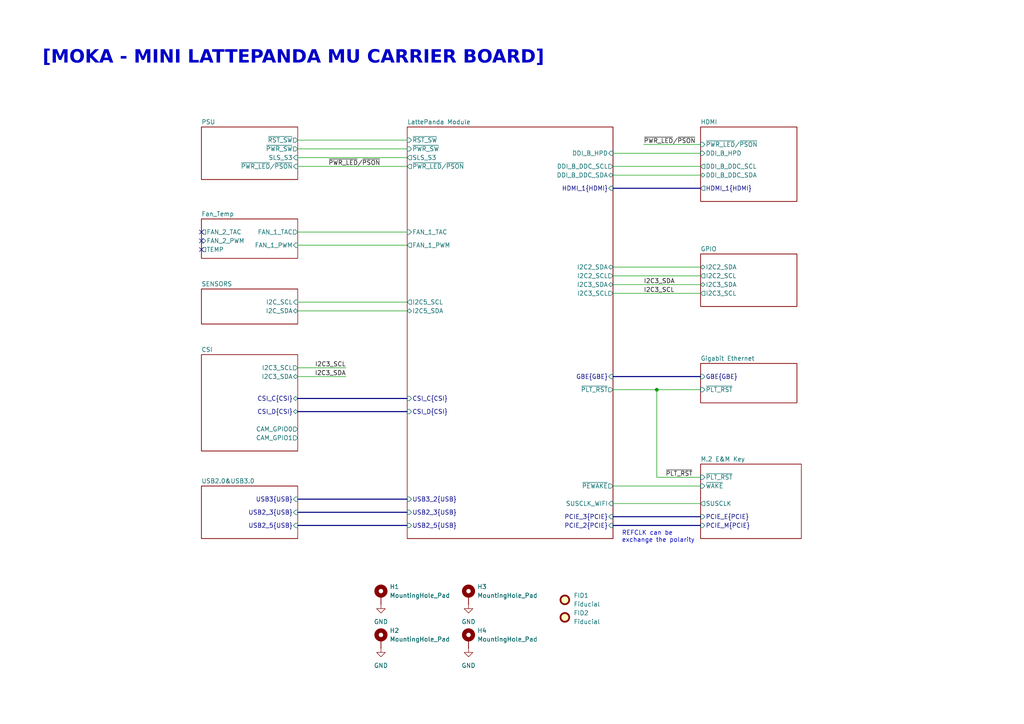
<source format=kicad_sch>
(kicad_sch (version 20250114) (generator "eeschema") (generator_version "9.0")
  (paper "A4")
  (title_block (title "LattePanda_MOKA") (date "2025-12-04") (rev "1.0") (company "Pierluigi Colangeli"))
  (polyline (pts (xy 216.382 171.7661) (xy 216.3881 171.7721) (xy 216.4066 171.7953) (xy 216.4323 171.8319) (xy 216.4643 171.8804) (xy 216.5015 171.939) (xy 216.5429 172.0063) (xy 216.5874 172.0805) (xy 216.6339 172.1601) (xy 216.8095 172.4631) (xy 216.9099 172.6355) (xy 217.302 173.3088) (xy 218.0466 174.5897) (xy 218.8529 175.9761) (xy 219.5482 177.1711) (xy 220.1327 178.1746) (xy 220.4787 178.7687) (xy 220.5786 178.9404) (xy 220.8313 179.3751) (xy 220.8721 179.4458) (xy 220.9101 179.5128) (xy 220.9446 179.5746) (xy 220.9746 179.6296) (xy 220.9995 179.6764) (xy 221.0182 179.7133) (xy 221.0251 179.7276) (xy 221.0301 179.7388) (xy 221.0332 179.7469) (xy 221.0343 179.7515) (xy 220.6864 179.7649) (xy 219.6184 179.777) (xy 215.1759 179.7981) (xy 209.3175 179.8173) (xy 209.1091 179.457) (xy 209.502 179.457) (xy 210.1528 179.457) (xy 210.3148 179.457) (xy 210.3148 178.3267) (xy 210.472 178.3267) (xy 210.472 179.457) (xy 210.9546 179.457) (xy 210.9546 179.2951) (xy 210.6339 179.2951) (xy 210.6339 178.9633) (xy 210.9133 178.9633) (xy 210.9133 178.8109) (xy 210.6339 178.8109) (xy 210.6339 178.4791) (xy 210.9546 178.4791) (xy 210.9546 178.3267) (xy 211.0593 178.3267) (xy 211.0593 179.457) (xy 211.2212 179.457) (xy 211.2212 178.9744) (xy 211.3181 178.9744) (xy 211.4689 179.457) (xy 211.6404 179.457) (xy 211.4657 178.9411) (xy 211.4753 178.9356) (xy 211.4844 178.9299) (xy 211.4932 178.924) (xy 211.5016 178.9179) (xy 211.5097 178.9116) (xy 211.5174 178.9051) (xy 211.5247 178.8984) (xy 211.5316 178.8915) (xy 211.5382 178.8843) (xy 211.5444 178.8769) (xy 211.5502 178.8694) (xy 211.5556 178.8616) (xy 211.5607 178.8536) (xy 211.5654 178.8454) (xy 211.5697 178.837) (xy 211.5737 178.8284) (xy 211.5775 178.8195) (xy 211.5811 178.8104) (xy 211.5845 178.8011) (xy 211.5876 178.7915) (xy 211.5904 178.7817) (xy 211.593 178.7717) (xy 211.5954 178.7614) (xy 211.5975 178.7509) (xy 211.5993 178.7402) (xy 211.6009 178.7292) (xy 211.6023 178.718) (xy 211.6034 178.7066) (xy 211.6043 178.6949) (xy 211.6049 178.683) (xy 211.6053 178.6708) (xy 211.6054 178.6584) (xy 211.6051 178.638) (xy 211.6043 178.6183) (xy 211.6029 178.5992) (xy 211.6009 178.5807) (xy 211.5984 178.5629) (xy 211.5954 178.5457) (xy 211.5917 178.5292) (xy 211.5875 178.5133) (xy 211.5828 178.4981) (xy 211.5775 178.4835) (xy 211.5716 178.4696) (xy 211.5652 178.4563) (xy 211.5582 178.4436) (xy 211.5507 178.4316) (xy 211.5426 178.4203) (xy 211.534 178.4096) (xy 211.5248 178.3996) (xy 211.515 178.3902) (xy 211.5047 178.3814) (xy 211.4938 178.3733) (xy 211.4824 178.3659) (xy 211.4704 178.3591) (xy 211.4578 178.3529) (xy 211.4447 178.3474) (xy 211.431 178.3426) (xy 211.4168 178.3383) (xy 211.402 178.3348) (xy 211.3866 178.3319) (xy 211.3707 178.3296) (xy 211.3543 178.328) (xy 211.3373 178.327) (xy 211.3198 178.3267) (xy 211.7356 178.3267) (xy 211.7356 179.457) (xy 212.2182 179.457) (xy 212.2182 179.2951) (xy 211.8975 179.2951) (xy 211.8975 179.203) (xy 212.323 179.203) (xy 212.323 179.2099) (xy 212.3233 179.2168) (xy 212.3237 179.2235) (xy 212.3242 179.2303) (xy 212.325 179.2369) (xy 212.3259 179.2435) (xy 212.3269 179.2501) (xy 212.3281 179.2566) (xy 212.3295 179.263) (xy 212.3311 179.2693) (xy 212.3327 179.2756) (xy 212.3346 179.2819) (xy 212.3366 179.288) (xy 212.3388 179.2941) (xy 212.3411 179.3002) (xy 212.3436 179.3062) (xy 212.3463 179.3119) (xy 212.3491 179.3175) (xy 212.3519 179.3231) (xy 212.355 179.3286) (xy 212.3581 179.334) (xy 212.3614 179.3393) (xy 212.3647 179.3446) (xy 212.3682 179.3498) (xy 212.3719 179.3549) (xy 212.3756 179.36) (xy 212.3795 179.365) (xy 212.3835 179.3699) (xy 212.3876 179.3747) (xy 212.3919 179.3794) (xy 212.3963 179.3841) (xy 212.4008 179.3887) (xy 212.4054 179.3932) (xy 212.4101 179.3976) (xy 212.4148 179.4019) (xy 212.4196 179.406) (xy 212.4245 179.41) (xy 212.4295 179.4139) (xy 212.4345 179.4176) (xy 212.4397 179.4213) (xy 212.4449 179.4248) (xy 212.4501 179.4282) (xy 212.4555 179.4315) (xy 212.4609 179.4346) (xy 212.4664 179.4376) (xy 212.472 179.4405) (xy 212.4776 179.4433) (xy 212.4833 179.4459) (xy 212.4893 179.4484) (xy 212.4953 179.4508) (xy 212.5014 179.4529) (xy 212.5075 179.4549) (xy 212.5137 179.4568) (xy 212.5199 179.4585) (xy 212.5262 179.46) (xy 212.5326 179.4614) (xy 212.5389 179.4626) (xy 212.5454 179.4636) (xy 212.5518 179.4645) (xy 212.5584 179.4652) (xy 212.5649 179.4658) (xy 212.5716 179.4662) (xy 212.5782 179.4665) (xy 212.585 179.4665) (xy 212.5917 179.4665) (xy 212.5983 179.4662) (xy 212.605 179.4658) (xy 212.6115 179.4652) (xy 212.6181 179.4645) (xy 212.6245 179.4636) (xy 212.6309 179.4626) (xy 212.6373 179.4614) (xy 212.6436 179.46) (xy 212.6499 179.4585) (xy 212.6554 179.457) (xy 213.004 179.457) (xy 213.1659 179.457) (xy 213.1659 178.5934) (xy 213.3136 178.5934) (xy 213.3136 179.1903) (xy 213.3137 179.1991) (xy 213.314 179.2078) (xy 213.3144 179.2163) (xy 213.3151 179.2247) (xy 213.3159 179.2329) (xy 213.3169 179.241) (xy 213.3181 179.2488) (xy 213.3195 179.2566) (xy 213.3211 179.2641) (xy 213.3229 179.2715) (xy 213.3248 179.2787) (xy 213.327 179.2858) (xy 213.3293 179.2927) (xy 213.3318 179.2995) (xy 213.3345 179.3061) (xy 213.3374 179.3125) (xy 213.3404 179.3188) (xy 213.3436 179.3249) (xy 213.3469 179.331) (xy 213.3503 179.3368) (xy 213.3538 179.3426) (xy 213.3575 179.3482) (xy 213.3613 179.3536) (xy 213.3652 179.359) (xy 213.3692 179.3642) (xy 213.3733 179.3692) (xy 213.3776 179.3741) (xy 213.382 179.3789) (xy 213.3865 179.3836) (xy 213.3912 179.3881) (xy 213.396 179.3925) (xy 213.4009 179.3967) (xy 213.4057 179.401) (xy 213.4105 179.4052) (xy 213.4155 179.4092) (xy 213.4205 179.4131) (xy 213.4256 179.4168) (xy 213.4308 179.4204) (xy 213.436 179.4239) (xy 213.4414 179.4272) (xy 213.4467 179.4304) (xy 213.4522 179.4335) (xy 213.4578 179.4364) (xy 213.4634 179.4392) (xy 213.4691 179.4419) (xy 213.4748 179.4444) (xy 213.4807 179.4468) (xy 213.4866 179.449) (xy 213.4989 179.4531) (xy 213.5112 179.4567) (xy 213.5174 179.4582) (xy 213.5235 179.4597) (xy 213.5297 179.461) (xy 213.5358 179.4621) (xy 213.542 179.4632) (xy 213.5481 179.4641) (xy 213.5543 179.4648) (xy 213.5604 179.4654) (xy 213.5666 179.4659) (xy 213.5727 179.4663) (xy 213.5789 179.4665) (xy 213.585 179.4665) (xy 213.5912 179.4665) (xy 213.5973 179.4663) (xy 213.6034 179.4659) (xy 213.6095 179.4654) (xy 213.6156 179.4648) (xy 213.6217 179.4641) (xy 213.6278 179.4632) (xy 213.6338 179.4621) (xy 213.6399 179.461) (xy 213.6459 179.4597) (xy 213.6519 179.4582) (xy 213.6567 179.457) (xy 214.0042 179.457) (xy 214.1661 179.457) (xy 214.1661 179.1998) (xy 214.609 179.1998) (xy 214.6091 179.2094) (xy 214.6094 179.2188) (xy 214.6098 179.228) (xy 214.6105 179.237) (xy 214.6113 179.2458) (xy 214.6124 179.2544) (xy 214.6136 179.2627) (xy 214.615 179.2709) (xy 214.6165 179.2788) (xy 214.6183 179.2865) (xy 214.6203 179.294) (xy 214.6224 179.3013) (xy 214.6247 179.3084) (xy 214.6272 179.3153) (xy 214.6299 179.3219) (xy 214.6328 179.3284) (xy 214.636 179.3345) (xy 214.6394 179.3404) (xy 214.6428 179.3462) (xy 214.6463 179.3519) (xy 214.6499 179.3574) (xy 214.6536 179.3628) (xy 214.6575 179.3681) (xy 214.6614 179.3732) (xy 214.6654 179.3782) (xy 214.6695 179.3831) (xy 214.6737 179.3878) (xy 214.678 179.3924) (xy 214.6825 179.3968) (xy 214.687 179.4011) (xy 214.6916 179.4053) (xy 214.6963 179.4093) (xy 214.7011 179.4132) (xy 214.706 179.417) (xy 214.7109 179.4206) (xy 214.7159 179.424) (xy 214.721 179.4273) (xy 214.7262 179.4305) (xy 214.7315 179.4335) (xy 214.7368 179.4363) (xy 214.7422 179.439) (xy 214.7476 179.4416) (xy 214.7532 179.444) (xy 214.7588 179.4463) (xy 214.7645 179.4484) (xy 214.7703 179.4503) (xy 214.7761 179.4522) (xy 214.782 179.4538) (xy 214.7939 179.4568) (xy 214.8057 179.4594) (xy 214.8175 179.4616) (xy 214.8292 179.4634) (xy 214.8409 179.4647) (xy 214.8525 179.4657) (xy 214.8641 179.4663) (xy 214.8757 179.4665) (xy 214.8824 179.4665) (xy 214.889 179.4662) (xy 214.8956 179.4658) (xy 214.9022 179.4652) (xy 214.9086 179.4645) (xy 214.915 179.4636) (xy 214.9214 179.4626) (xy 214.9276 179.4614) (xy 214.9339 179.46) (xy 214.94 179.4585) (xy 214.9461 179.4568) (xy 214.9521 179.4549) (xy 214.9581 179.4529) (xy 214.964 179.4508) (xy 214.9699 179.4484) (xy 214.9757 179.4459) (xy 214.9816 179.4431) (xy 214.9874 179.4401) (xy 214.9931 179.4371) (xy 214.9987 179.4339) (xy 215.0042 179.4306) (xy 215.0096 179.4272) (xy 215.0149 179.4237) (xy 215.0201 179.4201) (xy 215.0252 179.4164) (xy 215.0302 179.4125) (xy 215.0351 179.4086) (xy 215.04 179.4045) (xy 215.0447 179.4004) (xy 215.0493 179.3961) (xy 215.0538 179.3917) (xy 215.0582 179.3872) (xy 215.0625 179.3826) (xy 215.0667 179.3779) (xy 215.0708 179.3731) (xy 215.0747 179.3683) (xy 215.0785 179.3634) (xy 215.0822 179.3584) (xy 215.0858 179.3534) (xy 215.0892 179.3483) (xy 215.0925 179.3431) (xy 215.0957 179.3378) (xy 215.0988 179.3325) (xy 215.1017 179.327) (xy 215.1045 179.3215) (xy 215.1072 179.316) (xy 215.1098 179.3103) (xy 215.1122 179.3046) (xy 215.1147 179.2986) (xy 215.1171 179.2926) (xy 215.1192 179.2866) (xy 215.1213 179.2805) (xy 215.1231 179.2744) (xy 215.1248 179.2682) (xy 215.1263 179.262) (xy 215.1277 179.2558) (xy 215.1289 179.2495) (xy 215.13 179.2432) (xy 215.1308 179.2369) (xy 215.1316 179.2305) (xy 215.1321 179.2241) (xy 215.1325 179.2176) (xy 215.1328 179.2111) (xy 215.1329 179.2046) (xy 215.1329 179.1347) (xy 214.9709 179.1347) (xy 214.9709 179.1903) (xy 214.9709 179.1944) (xy 214.9708 179.1984) (xy 214.9706 179.2024) (xy 214.9703 179.2063) (xy 214.97 179.21) (xy 214.9696 179.2137) (xy 214.9691 179.2173) (xy 214.9685 179.2208) (xy 214.9679 179.2243) (xy 214.9672 179.2276) (xy 214.9664 179.2309) (xy 214.9656 179.234) (xy 214.9646 179.2371) (xy 214.9636 179.2401) (xy 214.9625 179.243) (xy 214.9614 179.2459) (xy 214.9602 179.2486) (xy 214.9589 179.2513) (xy 214.9577 179.2539) (xy 214.9563 179.2564) (xy 214.955 179.2588) (xy 214.9536 179.2612) (xy 214.9522 179.2635) (xy 214.9507 179.2657) (xy 214.9492 179.2679) (xy 214.9476 179.2699) (xy 214.9461 179.2719) (xy 214.9444 179.2739) (xy 214.9428 179.2757) (xy 214.9411 179.2775) (xy 214.9394 179.2792) (xy 214.9376 179.2808) (xy 214.9356 179.2824) (xy 214.9336 179.2839) (xy 214.9315 179.2853) (xy 214.9295 179.2868) (xy 214.9274 179.2881) (xy 214.9252 179.2894) (xy 214.9231 179.2907) (xy 214.9209 179.2919) (xy 214.9187 179.2931) (xy 214.9165 179.2942) (xy 214.9142 179.2952) (xy 214.912 179.2962) (xy 214.9097 179.2972) (xy 214.9074 179.2981) (xy 214.905 179.299) (xy 214.9026 179.2998) (xy 214.8983 179.3009) (xy 214.894 179.3019) (xy 214.8898 179.3027) (xy 214.8856 179.3034) (xy 214.8814 179.3039) (xy 214.8773 179.3043) (xy 214.8733 179.3045) (xy 214.8693 179.3046) (xy 214.8625 179.3045) (xy 214.8559 179.3041) (xy 214.8496 179.3034) (xy 214.8436 179.3025) (xy 214.8378 179.3014) (xy 214.8323 179.2999) (xy 214.8297 179.2991) (xy 214.8271 179.2982) (xy 214.8246 179.2973) (xy 214.8221 179.2963) (xy 214.8197 179.2952) (xy 214.8174 179.2941) (xy 214.8151 179.2929) (xy 214.8129 179.2916) (xy 214.8108 179.2903) (xy 214.8087 179.2889) (xy 214.8067 179.2874) (xy 214.8047 179.2859) (xy 214.8029 179.2843) (xy 214.8011 179.2826) (xy 214.7993 179.2809) (xy 214.7976 179.2791) (xy 214.796 179.2772) (xy 214.7945 179.2753) (xy 214.793 179.2733) (xy 214.7916 179.2713) (xy 214.7891 179.267) (xy 214.7867 179.2627) (xy 214.7845 179.2582) (xy 214.7825 179.2536) (xy 214.7807 179.2489) (xy 214.779 179.244) (xy 214.7775 179.2391) (xy 214.7761 179.234) (xy 214.7749 179.2287) (xy 214.7738 179.2234) (xy 214.773 179.2179) (xy 214.7722 179.2123) (xy 214.7717 179.2066) (xy 214.7713 179.2008) (xy 214.771 179.1948) (xy 214.7709 179.1887) (xy 214.7709 178.6109) (xy 214.771 178.6038) (xy 214.7712 178.5969) (xy 214.7716 178.5901) (xy 214.7721 178.5836) (xy 214.7728 178.5772) (xy 214.7736 178.5709) (xy 214.7746 178.5648) (xy 214.7757 178.5589) (xy 214.7769 178.5531) (xy 214.7783 178.5475) (xy 214.7799 178.542) (xy 214.7816 178.5368) (xy 214.7835 178.5316) (xy 214.7855 178.5267) (xy 214.7876 178.5219) (xy 214.7899 178.5172) (xy 214.7927 178.5126) (xy 214.7957 178.5083) (xy 214.7991 178.5043) (xy 214.8027 178.5005) (xy 214.8067 178.4971) (xy 214.811 178.494) (xy 214.8156 178.4912) (xy 214.8205 178.4886) (xy 214.8257 178.4864) (xy 214.8313 178.4844) (xy 214.8371 178.4828) (xy 214.8432 178.4815) (xy 214.8497 178.4804) (xy 214.8565 178.4797) (xy 214.8635 178.4792) (xy 214.8709 178.4791) (xy 214.8766 178.4792) (xy 214.8821 178.4796) (xy 214.8875 178.4803) (xy 214.8928 178.4813) (xy 214.8978 178.4825) (xy 214.9028 178.484) (xy 214.9076 178.4858) (xy 214.9122 178.4878) (xy 214.9167 178.4901) (xy 214.921 178.4927) (xy 214.9252 178.4956) (xy 214.9293 178.4988) (xy 214.9332 178.5022) (xy 214.9369 178.5058) (xy 214.9405 178.5098) (xy 214.944 178.514) (xy 214.9472 178.5185) (xy 214.9503 178.523) (xy 214.9531 178.5276) (xy 214.9558 178.5323) (xy 214.9582 178.5371) (xy 214.9604 178.542) (xy 214.9624 178.547) (xy 214.9642 178.5521) (xy 214.9658 178.5573) (xy 214.9671 178.5627) (xy 214.9683 178.5681) (xy 214.9692 178.5736) (xy 214.97 178.5792) (xy 214.9705 178.5849) (xy 214.9708 178.5907) (xy 214.9709 178.5966) (xy 214.9709 178.6505) (xy 215.1329 178.6505) (xy 215.1329 178.5934) (xy 215.2551 178.5934) (xy 215.2551 179.1903) (xy 215.2552 179.1991) (xy 215.2555 179.2078) (xy 215.2559 179.2163) (xy 215.2566 179.2247) (xy 215.2574 179.2329) (xy 215.2584 179.241) (xy 215.2596 179.2488) (xy 215.261 179.2566) (xy 215.2626 179.2641) (xy 215.2644 179.2715) (xy 215.2663 179.2787) (xy 215.2685 179.2858) (xy 215.2708 179.2927) (xy 215.2733 179.2995) (xy 215.276 179.3061) (xy 215.2789 179.3125) (xy 215.2819 179.3188) (xy 215.2851 179.3249) (xy 215.2884 179.331) (xy 215.2918 179.3368) (xy 215.2953 179.3426) (xy 215.299 179.3482) (xy 215.3028 179.3536) (xy 215.3067 179.359) (xy 215.3107 179.3642) (xy 215.3149 179.3692) (xy 215.3191 179.3741) (xy 215.3235 179.3789) (xy 215.3281 179.3836) (xy 215.3327 179.3881) (xy 215.3375 179.3925) (xy 215.3424 179.3967) (xy 215.3472 179.401) (xy 215.3521 179.4052) (xy 215.357 179.4092) (xy 215.362 179.4131) (xy 215.3671 179.4168) (xy 215.3723 179.4204) (xy 215.3775 179.4239) (xy 215.3829 179.4272) (xy 215.3883 179.4304) (xy 215.3937 179.4335) (xy 215.3993 179.4364) (xy 215.4049 179.4392) (xy 215.4106 179.4419) (xy 215.4164 179.4444) (xy 215.4222 179.4468) (xy 215.4281 179.449) (xy 215.4404 179.4531) (xy 215.4527 179.4567) (xy 215.4589 179.4582) (xy 215.465 179.4597) (xy 215.4712 179.461) (xy 215.4773 179.4621) (xy 215.4835 179.4632) (xy 215.4896 179.4641) (xy 215.4958 179.4648) (xy 215.5019 179.4654) (xy 215.5081 179.4659) (xy 215.5143 179.4663) (xy 215.5204 179.4665) (xy 215.5266 179.4665) (xy 215.5327 179.4665) (xy 215.5388 179.4663) (xy 215.545 179.4659) (xy 215.5511 179.4654) (xy 215.5572 179.4648) (xy 215.5632 179.4641) (xy 215.5693 179.4632) (xy 215.5754 179.4621) (xy 215.5814 179.461) (xy 215.5874 179.4597) (xy 215.5935 179.4582) (xy 215.5982 179.457) (xy 215.9409 179.457) (xy 216.4235 179.457) (xy 216.4553 179.457) (xy 216.6172 179.457) (xy 216.6648 179.2141) (xy 216.8855 179.2141) (xy 216.9331 179.457) (xy 217.095 179.457) (xy 216.8426 178.3267) (xy 217.168 178.3267) (xy 217.168 179.457) (xy 217.3299 179.457) (xy 217.3299 178.7775) (xy 217.3331 178.7775) (xy 217.5808 179.457) (xy 217.7332 179.457) (xy 217.7332 179.1903) (xy 217.8697 179.1903) (xy 217.8698 179.1991) (xy 217.87 179.2078) (xy 217.8705 179.2163) (xy 217.8712 179.2247) (xy 217.872 179.2329) (xy 217.873 179.241) (xy 217.8742 179.2488) (xy 217.8757 179.2566) (xy 217.8772 179.2641) (xy 217.879 179.2715) (xy 217.881 179.2787) (xy 217.8831 179.2858) (xy 217.8854 179.2927) (xy 217.888 179.2995) (xy 217.8907 179.3061) (xy 217.8935 179.3125) (xy 217.8966 179.3188) (xy 217.8997 179.3249) (xy 217.903 179.331) (xy 217.9064 179.3368) (xy 217.91 179.3426) (xy 217.9136 179.3482) (xy 217.9174 179.3536) (xy 217.9213 179.359) (xy 217.9253 179.3642) (xy 217.9295 179.3692) (xy 217.9338 179.3741) (xy 217.9382 179.3789) (xy 217.9427 179.3836) (xy 217.9474 179.3881) (xy 217.9521 179.3925) (xy 217.957 179.3967) (xy 217.9618 179.401) (xy 217.9667 179.4052) (xy 217.9716 179.4092) (xy 217.9767 179.4131) (xy 217.9818 179.4168) (xy 217.9869 179.4204) (xy 217.9922 179.4239) (xy 217.9975 179.4272) (xy 218.0029 179.4304) (xy 218.0084 179.4335) (xy 218.0139 179.4364) (xy 218.0195 179.4392) (xy 218.0252 179.4419) (xy 218.031 179.4444) (xy 218.0368 179.4468) (xy 218.0428 179.449) (xy 218.0551 179.4531) (xy 218.0674 179.4567) (xy 218.0735 179.4582) (xy 218.0796 179.4597) (xy 218.0858 179.461) (xy 218.0919 179.4621) (xy 218.0981 179.4632) (xy 218.1042 179.4641) (xy 218.1104 179.4648) (xy 218.1165 179.4654) (xy 218.1227 179.4659) (xy 218.1288 179.4663) (xy 218.135 179.4665) (xy 218.1411 179.4665) (xy 218.1473 179.4665) (xy 218.1534 179.4663) (xy 218.1595 179.4659) (xy 218.1656 179.4654) (xy 218.1717 179.4648) (xy 218.1778 179.4641) (xy 218.1839 179.4632) (xy 218.19 179.4621) (xy 218.196 179.461) (xy 218.2021 179.4597) (xy 218.2081 179.4582) (xy 218.2128 179.457) (xy 218.5555 179.457) (xy 219.0381 179.457) (xy 219.1428 179.457) (xy 219.6255 179.457) (xy 219.735 179.457) (xy 219.8969 179.457) (xy 219.8969 178.3267) (xy 219.735 178.3267) (xy 219.735 179.457) (xy 219.6255 179.457) (xy 219.6255 179.2951) (xy 219.3048 179.2951) (xy 219.3048 178.3267) (xy 219.1428 178.3267) (xy 219.1428 179.457) (xy 219.0381 179.457) (xy 219.0381 179.2951) (xy 218.7174 179.2951) (xy 218.7174 178.9633) (xy 218.9968 178.9633) (xy 218.9968 178.8109) (xy 218.7174 178.8109) (xy 218.7174 178.4791) (xy 219.0381 178.4791) (xy 219.0381 178.3267) (xy 218.5555 178.3267) (xy 218.5555 179.457) (xy 218.2128 179.457) (xy 218.2141 179.4567) (xy 218.2201 179.455) (xy 218.2261 179.4531) (xy 218.2321 179.4511) (xy 218.238 179.449) (xy 218.2441 179.4468) (xy 218.2502 179.4444) (xy 218.2561 179.4419) (xy 218.262 179.4392) (xy 218.2678 179.4364) (xy 218.2736 179.4335) (xy 218.2793 179.4304) (xy 218.2849 179.4272) (xy 218.2904 179.4239) (xy 218.2958 179.4204) (xy 218.3012 179.4168) (xy 218.3065 179.4131) (xy 218.3117 179.4092) (xy 218.3169 179.4052) (xy 218.3219 179.401) (xy 218.3269 179.3967) (xy 218.3316 179.3925) (xy 218.3362 179.3881) (xy 218.3407 179.3836) (xy 218.3451 179.3789) (xy 218.3493 179.3741) (xy 218.3535 179.3692) (xy 218.3575 179.3642) (xy 218.3614 179.359) (xy 218.3652 179.3536) (xy 218.3689 179.3482) (xy 218.3725 179.3426) (xy 218.376 179.3368) (xy 218.3794 179.331) (xy 218.3826 179.3249) (xy 218.3857 179.3188) (xy 218.3888 179.3125) (xy 218.3917 179.3061) (xy 218.3944 179.2995) (xy 218.3969 179.2927) (xy 218.3992 179.2858) (xy 218.4014 179.2787) (xy 218.4033 179.2715) (xy 218.4051 179.2641) (xy 218.4067 179.2566) (xy 218.4081 179.2488) (xy 218.4093 179.2409) (xy 218.4103 179.2329) (xy 218.4112 179.2247) (xy 218.4118 179.2163) (xy 218.4123 179.2078) (xy 218.4126 179.1991) (xy 218.4127 179.1903) (xy 218.4127 178.8347) (xy 218.1221 178.8347) (xy 218.1221 178.9776) (xy 218.2507 178.9776) (xy 218.2507 179.1903) (xy 218.2506 179.1975) (xy 218.2502 179.2045) (xy 218.2495 179.2112) (xy 218.2486 179.2178) (xy 218.2475 179.224) (xy 218.246 179.2301) (xy 218.2443 179.2359) (xy 218.2424 179.2415) (xy 218.2401 179.2468) (xy 218.2377 179.2519) (xy 218.2349 179.2568) (xy 218.2319 179.2615) (xy 218.2287 179.2659) (xy 218.2251 179.27) (xy 218.2214 179.2739) (xy 218.2173 179.2776) (xy 218.2133 179.2809) (xy 218.2092 179.284) (xy 218.205 179.2868) (xy 218.2007 179.2894) (xy 218.1962 179.2919) (xy 218.1917 179.2941) (xy 218.1871 179.2961) (xy 218.1824 179.2979) (xy 218.1776 179.2994) (xy 218.1727 179.3008) (xy 218.1677 179.302) (xy 218.1626 179.3029) (xy 218.1573 179.3037) (xy 218.152 179.3042) (xy 218.1466 179.3045) (xy 218.1411 179.3046) (xy 218.1356 179.3045) (xy 218.1302 179.3042) (xy 218.1248 179.3037) (xy 218.1196 179.3029) (xy 218.1144 179.302) (xy 218.1094 179.3008) (xy 218.1044 179.2994) (xy 218.0995 179.2979) (xy 218.0947 179.2961) (xy 218.0899 179.2941) (xy 218.0853 179.2919) (xy 218.0807 179.2894) (xy 218.0763 179.2868) (xy 218.0719 179.284) (xy 218.0676 179.2809) (xy 218.0634 179.2776) (xy 218.0595 179.2739) (xy 218.0559 179.27) (xy 218.0526 179.2659) (xy 218.0495 179.2615) (xy 218.0466 179.2568) (xy 218.044 179.2519) (xy 218.0417 179.2468) (xy 218.0395 179.2415) (xy 218.0377 179.2359) (xy 218.0361 179.2301) (xy 218.0347 179.224) (xy 218.0336 179.2178) (xy 218.0327 179.2112) (xy 218.0321 179.2045) (xy 218.0317 179.1975) (xy 218.0316 179.1903) (xy 218.0316 178.5934) (xy 218.0317 178.5862) (xy 218.0321 178.5792) (xy 218.0327 178.5725) (xy 218.0336 178.566) (xy 218.0347 178.5598) (xy 218.0361 178.5538) (xy 218.0377 178.5481) (xy 218.0395 178.5426) (xy 218.0417 178.5374) (xy 218.044 178.5324) (xy 218.0466 178.5276) (xy 218.0495 178.5232) (xy 218.0526 178.5189) (xy 218.0559 178.5149) (xy 218.0595 178.5112) (xy 218.0634 178.5077) (xy 218.0676 178.5042) (xy 218.0719 178.501) (xy 218.0763 178.498) (xy 218.0807 178.4952) (xy 218.0853 178.4926) (xy 218.0899 178.4903) (xy 218.0947 178.4881) (xy 218.0995 178.4862) (xy 218.1044 178.4846) (xy 218.1094 178.4831) (xy 218.1144 178.4819) (xy 218.1196 178.4809) (xy 218.1248 178.4801) (xy 218.1302 178.4795) (xy 218.1356 178.4792) (xy 218.1411 178.4791) (xy 218.1466 178.4792) (xy 218.152 178.4795) (xy 218.1573 178.4801) (xy 218.1626 178.4809) (xy 218.1677 178.4819) (xy 218.1727 178.4831) (xy 218.1776 178.4846) (xy 218.1824 178.4862) (xy 218.1871 178.4881) (xy 218.1917 178.4903) (xy 218.1962 178.4926) (xy 218.2007 178.4952) (xy 218.205 178.498) (xy 218.2092 178.501) (xy 218.2133 178.5042) (xy 218.2173 178.5077) (xy 218.2214 178.5112) (xy 218.2251 178.5149) (xy 218.2287 178.5189) (xy 218.2319 178.5232) (xy 218.2349 178.5276) (xy 218.2377 178.5324) (xy 218.2401 178.5374) (xy 218.2424 178.5426) (xy 218.2443 178.5481) (xy 218.246 178.5538) (xy 218.2475 178.5598) (xy 218.2486 178.566) (xy 218.2496 178.5725) (xy 218.2502 178.5792) (xy 218.2506 178.5862) (xy 218.2507 178.5934) (xy 218.2507 178.6505) (xy 218.4127 178.6505) (xy 218.4127 178.5934) (xy 218.4126 178.5849) (xy 218.4123 178.5766) (xy 218.4118 178.5684) (xy 218.4112 178.5603) (xy 218.4103 178.5523) (xy 218.4093 178.5444) (xy 218.4081 178.5367) (xy 218.4067 178.5291) (xy 218.4051 178.5216) (xy 218.4033 178.5143) (xy 218.4014 178.507) (xy 218.3992 178.4999) (xy 218.3969 178.4929) (xy 218.3944 178.4861) (xy 218.3917 178.4793) (xy 218.3888 178.4727) (xy 218.3857 178.4662) (xy 218.3826 178.4599) (xy 218.3794 178.4537) (xy 218.376 178.4476) (xy 218.3725 178.4417) (xy 218.3689 178.4359) (xy 218.3652 178.4302) (xy 218.3614 178.4247) (xy 218.3575 178.4193) (xy 218.3535 178.4141) (xy 218.3493 178.409) (xy 218.3451 178.404) (xy 218.3407 178.3991) (xy 218.3362 178.3944) (xy 218.3316 178.3899) (xy 218.3269 178.3854) (xy 218.3219 178.3813) (xy 218.3169 178.3774) (xy 218.3117 178.3735) (xy 218.3065 178.3698) (xy 218.3012 178.3662) (xy 218.2958 178.3627) (xy 218.2904 178.3593) (xy 218.2849 178.3561) (xy 218.2793 178.353) (xy 218.2736 178.35) (xy 218.2678 178.3471) (xy 218.262 178.3444) (xy 218.2561 178.3418) (xy 218.2502 178.3393) (xy 218.2441 178.3369) (xy 218.238 178.3347) (xy 218.2321 178.3326) (xy 218.2261 178.3306) (xy 218.2201 178.3287) (xy 218.2141 178.327) (xy 218.2081 178.3254) (xy 218.2021 178.324) (xy 218.196 178.3227) (xy 218.19 178.3215) (xy 218.1839 178.3205) (xy 218.1778 178.3196) (xy 218.1717 178.3189) (xy 218.1656 178.3183) (xy 218.1595 178.3178) (xy 218.1534 178.3174) (xy 218.1473 178.3172) (xy 218.1411 178.3171) (xy 218.135 178.3172) (xy 218.1288 178.3174) (xy 218.1227 178.3178) (xy 218.1165 178.3182) (xy 218.1104 178.3189) (xy 218.1042 178.3196) (xy 218.0981 178.3205) (xy 218.0919 178.3215) (xy 218.0858 178.3227) (xy 218.0796 178.324) (xy 218.0735 178.3254) (xy 218.0674 178.327) (xy 218.0551 178.3306) (xy 218.0428 178.3347) (xy 218.0368 178.3369) (xy 218.031 178.3393) (xy 218.0252 178.3418) (xy 218.0195 178.3444) (xy 218.0139 178.3471) (xy 218.0084 178.35) (xy 218.0029 178.353) (xy 217.9975 178.3561) (xy 217.9922 178.3593) (xy 217.9869 178.3627) (xy 217.9818 178.3662) (xy 217.9767 178.3698) (xy 217.9716 178.3735) (xy 217.9667 178.3774) (xy 217.9618 178.3813) (xy 217.957 178.3854) (xy 217.9521 178.3899) (xy 217.9474 178.3944) (xy 217.9427 178.3991) (xy 217.9382 178.404) (xy 217.9338 178.409) (xy 217.9295 178.4141) (xy 217.9253 178.4193) (xy 217.9213 178.4247) (xy 217.9174 178.4302) (xy 217.9136 178.4359) (xy 217.91 178.4417) (xy 217.9064 178.4476) (xy 217.903 178.4537) (xy 217.8997 178.4599) (xy 217.8966 178.4662) (xy 217.8935 178.4727) (xy 217.8907 178.4793) (xy 217.888 178.4861) (xy 217.8854 178.4929) (xy 217.8831 178.4999) (xy 217.881 178.507) (xy 217.879 178.5143) (xy 217.8772 178.5216) (xy 217.8757 178.5291) (xy 217.8742 178.5367) (xy 217.873 178.5444) (xy 217.872 178.5523) (xy 217.8712 178.5603) (xy 217.8705 178.5684) (xy 217.87 178.5766) (xy 217.8698 178.5849) (xy 217.8697 178.5934) (xy 217.8697 179.1903) (xy 217.7332 179.1903) (xy 217.7332 178.3267) (xy 217.5712 178.3267) (xy 217.5712 179.0077) (xy 217.5681 179.0077) (xy 217.3236 178.3267) (xy 217.168 178.3267) (xy 216.8426 178.3267) (xy 216.7076 178.3267) (xy 216.4553 179.457) (xy 216.4235 179.457) (xy 216.4235 179.2951) (xy 216.1028 179.2951) (xy 216.1028 178.3267) (xy 215.9409 178.3267) (xy 215.9409 179.457) (xy 215.5982 179.457) (xy 215.5995 179.4567) (xy 215.6055 179.455) (xy 215.6114 179.4531) (xy 215.6174 179.4511) (xy 215.6234 179.449) (xy 215.6295 179.4468) (xy 215.6355 179.4444) (xy 215.6415 179.4419) (xy 215.6474 179.4392) (xy 215.6532 179.4364) (xy 215.6589 179.4335) (xy 215.6646 179.4304) (xy 215.6702 179.4272) (xy 215.6757 179.4239) (xy 215.6812 179.4204) (xy 215.6865 179.4168) (xy 215.6918 179.4131) (xy 215.6971 179.4092) (xy 215.7022 179.4052) (xy 215.7073 179.401) (xy 215.7123 179.3967) (xy 215.717 179.3925) (xy 215.7216 179.3881) (xy 215.7261 179.3836) (xy 215.7304 179.3789) (xy 215.7347 179.3741) (xy 215.7389 179.3692) (xy 215.7429 179.3642) (xy 215.7468 179.359) (xy 215.7506 179.3536) (xy 215.7543 179.3482) (xy 215.7579 179.3426) (xy 215.7614 179.3368) (xy 215.7648 179.331) (xy 215.768 179.3249) (xy 215.7712 179.3188) (xy 215.7742 179.3125) (xy 215.7771 179.3061) (xy 215.7798 179.2995) (xy 215.7823 179.2927) (xy 215.7846 179.2858) (xy 215.7868 179.2787) (xy 215.7887 179.2715) (xy 215.7905 179.2641) (xy 215.7921 179.2566) (xy 215.7935 179.2488) (xy 215.7947 179.241) (xy 215.7957 179.2329) (xy 215.7965 179.2247) (xy 215.7972 179.2163) (xy 215.7976 179.2078) (xy 215.7979 179.1991) (xy 215.798 179.1903) (xy 215.798 178.5934) (xy 215.7979 178.5849) (xy 215.7976 178.5766) (xy 215.7972 178.5684) (xy 215.7965 178.5603) (xy 215.7957 178.5523) (xy 215.7947 178.5444) (xy 215.7935 178.5367) (xy 215.7921 178.5291) (xy 215.7905 178.5216) (xy 215.7887 178.5143) (xy 215.7868 178.507) (xy 215.7846 178.4999) (xy 215.7823 178.4929) (xy 215.7798 178.4861) (xy 215.7771 178.4793) (xy 215.7742 178.4727) (xy 215.7712 178.4662) (xy 215.768 178.4599) (xy 215.7648 178.4537) (xy 215.7614 178.4476) (xy 215.7579 178.4417) (xy 215.7543 178.4359) (xy 215.7506 178.4302) (xy 215.7468 178.4247) (xy 215.7429 178.4193) (xy 215.7389 178.4141) (xy 215.7347 178.409) (xy 215.7304 178.404) (xy 215.7261 178.3991) (xy 215.7216 178.3944) (xy 215.717 178.3899) (xy 215.7123 178.3854) (xy 215.7073 178.3813) (xy 215.7022 178.3774) (xy 215.6971 178.3735) (xy 215.6918 178.3698) (xy 215.6865 178.3662) (xy 215.6812 178.3627) (xy 215.6757 178.3593) (xy 215.6702 178.3561) (xy 215.6646 178.353) (xy 215.6589 178.35) (xy 215.6532 178.3471) (xy 215.6474 178.3444) (xy 215.6415 178.3418) (xy 215.6355 178.3393) (xy 215.6295 178.3369) (xy 215.6234 178.3347) (xy 215.6174 178.3326) (xy 215.6114 178.3306) (xy 215.6055 178.3287) (xy 215.5995 178.327) (xy 215.5935 178.3254) (xy 215.5874 178.324) (xy 215.5814 178.3227) (xy 215.5754 178.3215) (xy 215.5693 178.3205) (xy 215.5632 178.3196) (xy 215.5572 178.3189) (xy 215.5511 178.3183) (xy 215.545 178.3178) (xy 215.5388 178.3174) (xy 215.5327 178.3172) (xy 215.5266 178.3171) (xy 215.5204 178.3172) (xy 215.5142 178.3174) (xy 215.5081 178.3178) (xy 215.5019 178.3182) (xy 215.4958 178.3189) (xy 215.4896 178.3196) (xy 215.4835 178.3205) (xy 215.4773 178.3215) (xy 215.4712 178.3227) (xy 215.465 178.324) (xy 215.4589 178.3254) (xy 215.4527 178.327) (xy 215.4404 178.3306) (xy 215.4281 178.3347) (xy 215.4222 178.3369) (xy 215.4164 178.3393) (xy 215.4106 178.3418) (xy 215.4049 178.3444) (xy 215.3993 178.3471) (xy 215.3937 178.35) (xy 215.3883 178.353) (xy 215.3829 178.3561) (xy 215.3775 178.3593) (xy 215.3723 178.3627) (xy 215.3671 178.3662) (xy 215.362 178.3698) (xy 215.357 178.3735) (xy 215.3521 178.3774) (xy 215.3472 178.3813) (xy 215.3424 178.3854) (xy 215.3375 178.3899) (xy 215.3327 178.3944) (xy 215.3281 178.3991) (xy 215.3235 178.404) (xy 215.3191 178.409) (xy 215.3149 178.4141) (xy 215.3107 178.4193) (xy 215.3067 178.4247) (xy 215.3028 178.4302) (xy 215.299 178.4359) (xy 215.2953 178.4417) (xy 215.2918 178.4476) (xy 215.2884 178.4537) (xy 215.2851 178.4599) (xy 215.2819 178.4662) (xy 215.2789 178.4727) (xy 215.276 178.4793) (xy 215.2733 178.4861) (xy 215.2708 178.4929) (xy 215.2685 178.4999) (xy 215.2663 178.507) (xy 215.2644 178.5143) (xy 215.2626 178.5216) (xy 215.261 178.5291) (xy 215.2596 178.5367) (xy 215.2584 178.5444) (xy 215.2574 178.5523) (xy 215.2566 178.5603) (xy 215.2559 178.5684) (xy 215.2555 178.5766) (xy 215.2552 178.5849) (xy 215.2551 178.5934) (xy 215.1329 178.5934) (xy 215.1329 178.5871) (xy 215.1328 178.5798) (xy 215.1325 178.5725) (xy 215.1321 178.5654) (xy 215.1316 178.5583) (xy 215.1308 178.5513) (xy 215.13 178.5443) (xy 215.1289 178.5375) (xy 215.1277 178.5307) (xy 215.1263 178.524) (xy 215.1248 178.5173) (xy 215.1231 178.5108) (xy 215.1213 178.5043) (xy 215.1192 178.4979) (xy 215.1171 178.4915) (xy 215.1147 178.4853) (xy 215.1122 178.4791) (xy 215.1098 178.4728) (xy 215.1072 178.4666) (xy 215.1045 178.4605) (xy 215.1017 178.4546) (xy 215.0988 178.4487) (xy 215.0957 178.443) (xy 215.0925 178.4374) (xy 215.0892 178.4319) (xy 215.0858 178.4265) (xy 215.0822 178.4212) (xy 215.0785 178.416) (xy 215.0747 178.4109) (xy 215.0708 178.406) (xy 215.0667 178.4011) (xy 215.0625 178.3964) (xy 215.0582 178.3918) (xy 215.0491 178.3828) (xy 215.0397 178.3743) (xy 215.0299 178.3664) (xy 215.0198 178.3591) (xy 215.0094 178.3524) (xy 214.9986 178.3463) (xy 214.9875 178.3408) (xy 214.9761 178.3358) (xy 214.9643 178.3314) (xy 214.9522 178.3277) (xy 214.9397 178.3244) (xy 214.927 178.3218) (xy 214.9138 178.3198) (xy 214.9004 178.3183) (xy 214.8866 178.3174) (xy 214.8725 178.3171) (xy 214.8652 178.3172) (xy 214.858 178.3175) (xy 214.8508 178.3179) (xy 214.8437 178.3184) (xy 214.8367 178.3192) (xy 214.8298 178.3201) (xy 214.8229 178.3211) (xy 214.8162 178.3223) (xy 214.8094 178.3237) (xy 214.8028 178.3253) (xy 214.7963 178.327) (xy 214.7898 178.3288) (xy 214.7834 178.3308) (xy 214.777 178.333) (xy 214.7708 178.3353) (xy 214.7646 178.3378) (xy 214.7587 178.3403) (xy 214.7529 178.3429) (xy 214.7472 178.3455) (xy 214.7416 178.3484) (xy 214.7361 178.3513) (xy 214.7306 178.3544) (xy 214.7253 178.3575) (xy 214.7201 178.3609) (xy 214.715 178.3643) (xy 214.71 178.3678) (xy 214.7051 178.3715) (xy 214.7003 178.3753) (xy 214.6956 178.3793) (xy 214.691 178.3833) (xy 214.6864 178.3875) (xy 214.682 178.3918) (xy 214.6777 178.3962) (xy 214.6735 178.4007) (xy 214.6695 178.4053) (xy 214.6656 178.4101) (xy 214.6617 178.4149) (xy 214.6581 178.4198) (xy 214.6545 178.4248) (xy 214.651 178.4299) (xy 214.6477 178.4351) (xy 214.6445 178.4404) (xy 214.6415 178.4458) (xy 214.6385 178.4513) (xy 214.6357 178.4569) (xy 214.633 178.4626) (xy 214.6304 178.4684) (xy 214.628 178.4743) (xy 214.6257 178.4803) (xy 214.6235 178.4864) (xy 214.6215 178.4925) (xy 214.6197 178.4987) (xy 214.618 178.5049) (xy 214.6164 178.5112) (xy 214.615 178.5175) (xy 214.6137 178.524) (xy 214.6126 178.5304) (xy 214.6117 178.537) (xy 214.6109 178.5436) (xy 214.6102 178.5502) (xy 214.6097 178.557) (xy 214.6093 178.5638) (xy 214.6091 178.5706) (xy 214.609 178.5775) (xy 214.609 179.1998) (xy 214.1661 179.1998) (xy 214.1661 178.3267) (xy 214.0042 178.3267) (xy 214.0042 179.457) (xy 213.6567 179.457) (xy 213.658 179.4567) (xy 213.6639 179.455) (xy 213.6699 179.4531) (xy 213.6759 179.4511) (xy 213.6819 179.449) (xy 213.688 179.4468) (xy 213.694 179.4444) (xy 213.7 179.4419) (xy 213.7059 179.4392) (xy 213.7117 179.4364) (xy 213.7174 179.4335) (xy 213.7231 179.4304) (xy 213.7287 179.4272) (xy 213.7342 179.4239) (xy 213.7397 179.4204) (xy 213.745 179.4168) (xy 213.7503 179.4131) (xy 213.7556 179.4092) (xy 213.7607 179.4051) (xy 213.7658 179.401) (xy 213.7708 179.3967) (xy 213.7755 179.3925) (xy 213.7801 179.3881) (xy 213.7846 179.3836) (xy 213.7889 179.3789) (xy 213.7932 179.3741) (xy 213.7973 179.3692) (xy 213.8014 179.3642) (xy 213.8053 179.359) (xy 213.8091 179.3536) (xy 213.8128 179.3482) (xy 213.8164 179.3426) (xy 213.8199 179.3368) (xy 213.8233 179.331) (xy 213.8265 179.3249) (xy 213.8297 179.3188) (xy 213.8327 179.3125) (xy 213.8356 179.3061) (xy 213.8383 179.2995) (xy 213.8408 179.2927) (xy 213.8431 179.2858) (xy 213.8453 179.2787) (xy 213.8472 179.2715) (xy 213.849 179.2641) (xy 213.8506 179.2566) (xy 213.8519 179.2488) (xy 213.8532 179.241) (xy 213.8542 179.2329) (xy 213.855 179.2247) (xy 213.8557 179.2163) (xy 213.8561 179.2078) (xy 213.8564 179.1991) (xy 213.8565 179.1903) (xy 213.8565 178.8347) (xy 213.566 178.8347) (xy 213.566 178.9776) (xy 213.6946 178.9776) (xy 213.6946 179.1903) (xy 213.6944 179.1975) (xy 213.6941 179.2045) (xy 213.6934 179.2112) (xy 213.6925 179.2178) (xy 213.6913 179.2241) (xy 213.6899 179.2301) (xy 213.6882 179.2359) (xy 213.6862 179.2415) (xy 213.684 179.2468) (xy 213.6816 179.2519) (xy 213.6788 179.2568) (xy 213.6758 179.2615) (xy 213.6726 179.2659) (xy 213.6691 179.27) (xy 213.6653 179.2739) (xy 213.6612 179.2776) (xy 213.6572 179.2809) (xy 213.6531 179.284) (xy 213.6489 179.2868) (xy 213.6446 179.2894) (xy 213.6402 179.2919) (xy 213.6356 179.2941) (xy 213.631 179.2961) (xy 213.6263 179.2979) (xy 213.6215 179.2994) (xy 213.6166 179.3008) (xy 213.6116 179.302) (xy 213.6065 179.3029) (xy 213.6013 179.3037) (xy 213.596 179.3042) (xy 213.5906 179.3045) (xy 213.585 179.3046) (xy 213.5795 179.3045) (xy 213.5741 179.3042) (xy 213.5688 179.3037) (xy 213.5635 179.3029) (xy 213.5583 179.302) (xy 213.5533 179.3008) (xy 213.5483 179.2994) (xy 213.5434 179.2979) (xy 213.5385 179.2961) (xy 213.5338 179.2941) (xy 213.5291 179.2919) (xy 213.5246 179.2894) (xy 213.5201 179.2868) (xy 213.5157 179.284) (xy 213.5114 179.2809) (xy 213.5072 179.2776) (xy 213.5034 179.2739) (xy 213.4998 179.27) (xy 213.4964 179.2659) (xy 213.4933 179.2615) (xy 213.4905 179.2568) (xy 213.4879 179.2519) (xy 213.4855 179.2468) (xy 213.4834 179.2415) (xy 213.4816 179.2359) (xy 213.48 179.2301) (xy 213.4786 179.224) (xy 213.4775 179.2178) (xy 213.4766 179.2112) (xy 213.476 179.2045) (xy 213.4756 179.1975) (xy 213.4755 179.1903) (xy 213.4755 178.5934) (xy 213.4756 178.5862) (xy 213.476 178.5792) (xy 213.4766 178.5725) (xy 213.4775 178.566) (xy 213.4786 178.5598) (xy 213.48 178.5538) (xy 213.4816 178.5481) (xy 213.4834 178.5426) (xy 213.4855 178.5374) (xy 213.4879 178.5324) (xy 213.4905 178.5276) (xy 213.4933 178.5232) (xy 213.4964 178.5189) (xy 213.4998 178.5149) (xy 213.5034 178.5112) (xy 213.5072 178.5077) (xy 213.5114 178.5042) (xy 213.5157 178.501) (xy 213.5201 178.498) (xy 213.5246 178.4952) (xy 213.5291 178.4926) (xy 213.5338 178.4903) (xy 213.5385 178.4881) (xy 213.5434 178.4862) (xy 213.5483 178.4846) (xy 213.5533 178.4831) (xy 213.5583 178.4819) (xy 213.5635 178.4809) (xy 213.5688 178.4801) (xy 213.5741 178.4795) (xy 213.5795 178.4792) (xy 213.585 178.4791) (xy 213.5905 178.4792) (xy 213.596 178.4795) (xy 213.6013 178.4801) (xy 213.6065 178.4809) (xy 213.6116 178.4819) (xy 213.6166 178.4831) (xy 213.6215 178.4846) (xy 213.6263 178.4862) (xy 213.631 178.4881) (xy 213.6356 178.4903) (xy 213.6402 178.4926) (xy 213.6446 178.4952) (xy 213.6489 178.498) (xy 213.6531 178.501) (xy 213.6572 178.5042) (xy 213.6612 178.5077) (xy 213.6653 178.5112) (xy 213.6691 178.5149) (xy 213.6726 178.5189) (xy 213.6758 178.5232) (xy 213.6788 178.5276) (xy 213.6816 178.5324) (xy 213.684 178.5374) (xy 213.6862 178.5426) (xy 213.6882 178.5481) (xy 213.6899 178.5538) (xy 213.6913 178.5598) (xy 213.6925 178.566) (xy 213.6934 178.5725) (xy 213.6941 178.5792) (xy 213.6944 178.5862) (xy 213.6946 178.5934) (xy 213.6946 178.6505) (xy 213.8565 178.6505) (xy 213.8565 178.5934) (xy 213.8564 178.5849) (xy 213.8561 178.5766) (xy 213.8557 178.5684) (xy 213.855 178.5603) (xy 213.8542 178.5523) (xy 213.8532 178.5444) (xy 213.8519 178.5367) (xy 213.8506 178.5291) (xy 213.849 178.5216) (xy 213.8472 178.5143) (xy 213.8453 178.507) (xy 213.8431 178.4999) (xy 213.8408 178.4929) (xy 213.8383 178.4861) (xy 213.8356 178.4793) (xy 213.8327 178.4727) (xy 213.8297 178.4662) (xy 213.8265 178.4599) (xy 213.8233 178.4537) (xy 213.8199 178.4476) (xy 213.8164 178.4417) (xy 213.8128 178.4359) (xy 213.8091 178.4302) (xy 213.8053 178.4247) (xy 213.8014 178.4193) (xy 213.7973 178.4141) (xy 213.7932 178.409) (xy 213.7889 178.404) (xy 213.7846 178.3991) (xy 213.7801 178.3944) (xy 213.7755 178.3899) (xy 213.7708 178.3854) (xy 213.7658 178.3813) (xy 213.7607 178.3774) (xy 213.7556 178.3735) (xy 213.7503 178.3698) (xy 213.745 178.3662) (xy 213.7397 178.3627) (xy 213.7342 178.3593) (xy 213.7287 178.3561) (xy 213.7231 178.353) (xy 213.7174 178.35) (xy 213.7117 178.3471) (xy 213.7059 178.3444) (xy 213.7 178.3418) (xy 213.694 178.3393) (xy 213.688 178.3369) (xy 213.6819 178.3347) (xy 213.6759 178.3326) (xy 213.6699 178.3306) (xy 213.6639 178.3287) (xy 213.658 178.327) (xy 213.6519 178.3254) (xy 213.6459 178.324) (xy 213.6399 178.3227) (xy 213.6338 178.3215) (xy 213.6278 178.3205) (xy 213.6217 178.3196) (xy 213.6156 178.3189) (xy 213.6095 178.3182) (xy 213.6034 178.3178) (xy 213.5973 178.3174) (xy 213.5912 178.3172) (xy 213.585 178.3171) (xy 213.5789 178.3172) (xy 213.5727 178.3174) (xy 213.5666 178.3178) (xy 213.5604 178.3183) (xy 213.5543 178.3189) (xy 213.5481 178.3196) (xy 213.542 178.3205) (xy 213.5358 178.3215) (xy 213.5297 178.3227) (xy 213.5235 178.324) (xy 213.5174 178.3254) (xy 213.5112 178.327) (xy 213.4989 178.3306) (xy 213.4866 178.3347) (xy 213.4807 178.3369) (xy 213.4748 178.3393) (xy 213.4691 178.3418) (xy 213.4634 178.3444) (xy 213.4578 178.3471) (xy 213.4522 178.35) (xy 213.4467 178.353) (xy 213.4414 178.3561) (xy 213.436 178.3593) (xy 213.4308 178.3627) (xy 213.4256 178.3662) (xy 213.4205 178.3698) (xy 213.4155 178.3735) (xy 213.4105 178.3774) (xy 213.4057 178.3813) (xy 213.4009 178.3854) (xy 213.396 178.3899) (xy 213.3912 178.3944) (xy 213.3865 178.3991) (xy 213.382 178.404) (xy 213.3776 178.409) (xy 213.3733 178.4141) (xy 213.3692 178.4193) (xy 213.3652 178.4247) (xy 213.3613 178.4302) (xy 213.3575 178.4359) (xy 213.3538 178.4417) (xy 213.3503 178.4476) (xy 213.3469 178.4537) (xy 213.3436 178.4599) (xy 213.3404 178.4662) (xy 213.3374 178.4727) (xy 213.3345 178.4793) (xy 213.3318 178.4861) (xy 213.3293 178.4929) (xy 213.327 178.4999) (xy 213.3248 178.507) (xy 213.3229 178.5143) (xy 213.3211 178.5216) (xy 213.3195 178.5291) (xy 213.3181 178.5367) (xy 213.3169 178.5444) (xy 213.3159 178.5523) (xy 213.3151 178.5603) (xy 213.3144 178.5684) (xy 213.314 178.5766) (xy 213.3137 178.5849) (xy 213.3136 178.5934) (xy 213.1659 178.5934) (xy 213.1659 178.3267) (xy 213.004 178.3267) (xy 213.004 179.457) (xy 212.6554 179.457) (xy 212.6561 179.4568) (xy 212.6623 179.4549) (xy 212.6684 179.4529) (xy 212.6745 179.4508) (xy 212.6805 179.4484) (xy 212.6865 179.4459) (xy 212.6924 179.4433) (xy 212.6982 179.4405) (xy 212.704 179.4376) (xy 212.7096 179.4346) (xy 212.7152 179.4315) (xy 212.7207 179.4282) (xy 212.7261 179.4248) (xy 212.7314 179.4213) (xy 212.7366 179.4176) (xy 212.7417 179.4139) (xy 212.7468 179.41) (xy 212.7517 179.406) (xy 212.7566 179.4019) (xy 212.7614 179.3976) (xy 212.7661 179.3932) (xy 212.7707 179.3887) (xy 212.7752 179.3841) (xy 212.7795 179.3794) (xy 212.7838 179.3747) (xy 212.7878 179.3699) (xy 212.7918 179.365) (xy 212.7956 179.36) (xy 212.7993 179.3549) (xy 212.8028 179.3498) (xy 212.8062 179.3446) (xy 212.8095 179.3393) (xy 212.8126 179.334) (xy 212.8156 179.3286) (xy 212.8185 179.3231) (xy 212.8212 179.3175) (xy 212.8238 179.3119) (xy 212.8263 179.3062) (xy 212.8288 179.3002) (xy 212.8311 179.2941) (xy 212.8333 179.288) (xy 212.8353 179.2819) (xy 212.8371 179.2756) (xy 212.8388 179.2693) (xy 212.8404 179.263) (xy 212.8417 179.2566) (xy 212.8429 179.2501) (xy 212.844 179.2435) (xy 212.8449 179.2369) (xy 212.8456 179.2303) (xy 212.8461 179.2235) (xy 212.8465 179.2168) (xy 212.8468 179.2099) (xy 212.8469 179.203) (xy 212.8469 178.3267) (xy 212.6849 178.3267) (xy 212.6849 179.1871) (xy 212.6848 179.1945) (xy 212.6845 179.2017) (xy 212.6839 179.2086) (xy 212.6832 179.2153) (xy 212.6821 179.2217) (xy 212.6809 179.2279) (xy 212.6795 179.2338) (xy 212.6778 179.2395) (xy 212.6759 179.2449) (xy 212.6738 179.2501) (xy 212.6714 179.255) (xy 212.6688 179.2597) (xy 212.6661 179.2642) (xy 212.663 179.2684) (xy 212.6598 179.2723) (xy 212.6563 179.276) (xy 212.6527 179.2795) (xy 212.649 179.2827) (xy 212.6451 179.2857) (xy 212.6412 179.2885) (xy 212.6371 179.2911) (xy 212.6329 179.2934) (xy 212.6286 179.2955) (xy 212.6242 179.2974) (xy 212.6197 179.2991) (xy 212.6151 179.3006) (xy 212.6103 179.3018) (xy 212.6055 179.3028) (xy 212.6005 179.3036) (xy 212.5954 179.3042) (xy 212.5903 179.3045) (xy 212.585 179.3046) (xy 212.5796 179.3045) (xy 212.5745 179.3042) (xy 212.5694 179.3036) (xy 212.5644 179.3028) (xy 212.5595 179.3018) (xy 212.5548 179.3006) (xy 212.5502 179.2991) (xy 212.5456 179.2975) (xy 212.5412 179.2955) (xy 212.5369 179.2934) (xy 212.5327 179.2911) (xy 212.5287 179.2885) (xy 212.5247 179.2857) (xy 212.5208 179.2827) (xy 212.5171 179.2795) (xy 212.5135 179.276) (xy 212.51 179.2723) (xy 212.5068 179.2684) (xy 212.5038 179.2642) (xy 212.501 179.2597) (xy 212.4984 179.255) (xy 212.4961 179.2501) (xy 212.4939 179.2449) (xy 212.492 179.2395) (xy 212.4904 179.2338) (xy 212.4889 179.2279) (xy 212.4877 179.2217) (xy 212.4867 179.2153) (xy 212.4859 179.2086) (xy 212.4853 179.2017) (xy 212.485 179.1945) (xy 212.4849 179.1871) (xy 212.4849 178.3267) (xy 212.323 178.3267) (xy 212.323 179.203) (xy 211.8975 179.203) (xy 211.8975 178.3267) (xy 211.7356 178.3267) (xy 211.3198 178.3267) (xy 211.3197 178.3267) (xy 211.0593 178.3267) (xy 210.9546 178.3267) (xy 210.472 178.3267) (xy 210.3148 178.3267) (xy 210.1529 178.3267) (xy 210.1528 179.457) (xy 209.502 179.457) (xy 209.6639 179.457) (xy 209.6639 179.0156) (xy 209.7464 179.0156) (xy 209.7576 179.0155) (xy 209.7685 179.0152) (xy 209.7792 179.0146) (xy 209.7895 179.0138) (xy 209.7996 179.0127) (xy 209.8094 179.0114) (xy 209.819 179.0099) (xy 209.8282 179.0081) (xy 209.8372 179.0061) (xy 209.846 179.0039) (xy 209.8544 179.0014) (xy 209.8626 178.9987) (xy 209.8705 178.9957) (xy 209.8781 178.9925) (xy 209.8855 178.9891) (xy 209.8926 178.9855) (xy 209.8994 178.9814) (xy 209.9061 178.9772) (xy 209.9126 178.9727) (xy 209.9189 178.9681) (xy 209.9251 178.9633) (xy 209.9311 178.9583) (xy 209.9369 178.9532) (xy 209.9425 178.9478) (xy 209.948 178.9422) (xy 209.9533 178.9365) (xy 209.9584 178.9306) (xy 209.9633 178.9245) (xy 209.9681 178.9182) (xy 209.9727 178.9117) (xy 209.9771 178.9051) (xy 209.9814 178.8982) (xy 209.9849 178.8924) (xy 209.9882 178.8866) (xy 209.9914 178.8807) (xy 209.9944 178.8748) (xy 209.9972 178.8688) (xy 209.9999 178.8628) (xy 210.0025 178.8567) (xy 210.0048 178.8506) (xy 210.007 178.8444) (xy 210.0091 178.8382) (xy 210.011 178.8319) (xy 210.0127 178.8256) (xy 210.0143 178.8192) (xy 210.0157 178.8128) (xy 210.0169 178.8063) (xy 210.018 178.7998) (xy 210.0202 178.7863) (xy 210.0221 178.7721) (xy 210.0238 178.7571) (xy 210.0251 178.7414) (xy 210.0261 178.725) (xy 210.0268 178.7078) (xy 210.0273 178.6898) (xy 210.0274 178.6712) (xy 210.0272 178.6464) (xy 210.0264 178.623) (xy 210.0252 178.601) (xy 210.0235 178.5803) (xy 210.0213 178.5609) (xy 210.0186 178.5429) (xy 210.017 178.5344) (xy 210.0153 178.5262) (xy 210.0135 178.5184) (xy 210.0116 178.5109) (xy 210.0095 178.5034) (xy 210.0073 178.496) (xy 210.0048 178.4888) (xy 210.0021 178.4817) (xy 209.9992 178.4747) (xy 209.9961 178.4678) (xy 209.9928 178.4611) (xy 209.9894 178.4545) (xy 209.9857 178.448) (xy 209.9818 178.4416) (xy 209.9777 178.4354) (xy 209.9735 178.4293) (xy 209.969 178.4233) (xy 209.9643 178.4174) (xy 209.9595 178.4117) (xy 209.9544 178.4061) (xy 209.9492 178.4006) (xy 209.9439 178.3954) (xy 209.9386 178.3903) (xy 209.9332 178.3855) (xy 209.9277 178.3809) (xy 209.9221 178.3765) (xy 209.9165 178.3723) (xy 209.9107 178.3683) (xy 209.905 178.3646) (xy 209.8991 178.361) (xy 209.8931 178.3577) (xy 209.8871 178.3545) (xy 209.881 178.3516) (xy 209.8749 178.3489) (xy 209.8686 178.3464) (xy 209.8623 178.3441) (xy 209.8559 178.342) (xy 209.8494 178.34) (xy 209.8359 178.3365) (xy 209.822 178.3335) (xy 209.8076 178.331) (xy 209.7927 178.3291) (xy 209.7772 178.3278) (xy 209.7613 178.327) (xy 209.7449 178.3267) (xy 209.502 178.3267) (xy 209.502 179.457) (xy 209.1091 179.457) (xy 208.9929 179.2561) (xy 208.744 178.8248) (xy 208.6012 178.576) (xy 208.5648 178.513) (xy 208.5157 178.4292) (xy 208.4047 178.2431) (xy 208.3788 178.1995) (xy 208.3546 178.1576) (xy 208.3327 178.1185) (xy 208.3136 178.0831) (xy 208.2978 178.0524) (xy 208.2913 178.0391) (xy 208.2858 178.0274) (xy 208.2815 178.0174) (xy 208.2783 178.0092) (xy 208.2763 178.003) (xy 208.2756 177.9988) (xy 208.5204 177.9837) (xy 209.3267 177.9718) (xy 213.054 177.953) (xy 215.5851 177.9435) (xy 216.424 177.9387) (xy 217.0273 177.9334) (xy 217.4316 177.9271) (xy 217.5706 177.9234) (xy 217.6736 177.9193) (xy 217.7452 177.9148) (xy 217.79 177.9097) (xy 217.8037 177.907) (xy 217.8124 177.9041) (xy 217.8167 177.9011) (xy 217.8172 177.8979) (xy 217.811 177.8847) (xy 217.7994 177.8622) (xy 217.7622 177.7943) (xy 217.711 177.7039) (xy 217.6513 177.6008) (xy 217.4507 177.257) (xy 217.3942 177.1589) (xy 217.345 177.0724) (xy 217.3333 177.052) (xy 217.3216 177.0319) (xy 217.3103 177.0126) (xy 217.2995 176.9947) (xy 217.2897 176.9787) (xy 217.2812 176.9651) (xy 217.2741 176.9543) (xy 217.269 176.947) (xy 217.2634 176.9387) (xy 217.2549 176.9253) (xy 217.2314 176.8857) (xy 217.2016 176.8339) (xy 217.1689 176.7754) (xy 217.0421 176.5525) (xy 216.85 176.2208) (xy 216.2981 175.27) (xy 216.055 174.8528) (xy 215.9642 174.6987) (xy 215.9109 174.6099) (xy 215.8772 174.5543) (xy 215.8395 174.491) (xy 215.8027 174.4277) (xy 215.7711 174.3722) (xy 215.6686 174.1925) (xy 215.5152 173.9274) (xy 215.4772 173.8615) (xy 215.4416 173.7992) (xy 215.4094 173.7418) (xy 215.3813 173.6909) (xy 215.3581 173.6478) (xy 215.3405 173.614) (xy 215.3294 173.5909) (xy 215.3265 173.5838) (xy 215.3256 173.5799) (xy 215.3265 173.576) (xy 215.3294 173.5689) (xy 215.3404 173.5457) (xy 215.3808 173.4686) (xy 215.4406 173.3599) (xy 215.5136 173.2312) (xy 216.0264 172.3341) (xy 216.0922 172.2196) (xy 216.1546 172.1128) (xy 216.2123 172.016) (xy 216.2637 171.9316) (xy 216.3074 171.8618) (xy 216.342 171.8091) (xy 216.3554 171.7898) (xy 216.366 171.7757) (xy 216.3736 171.767) (xy 216.3762 171.7648) (xy 216.3781 171.7641) (xy 216.382 171.7661)) (stroke (width -0.0001) (type solid)) (fill (type color)))
  (polyline (pts (xy 216.8553 179.0617) (xy 216.6934 179.0617) (xy 216.7728 178.6522) (xy 216.7759 178.6522) (xy 216.8553 179.0617)) (stroke (width -0.0001) (type solid)) (fill (type color)))
  (polyline (pts (xy 209.7539 178.4791) (xy 209.7596 178.4793) (xy 209.7651 178.4796) (xy 209.7705 178.48) (xy 209.7757 178.4805) (xy 209.7807 178.4811) (xy 209.7855 178.4818) (xy 209.7901 178.4827) (xy 209.7946 178.4836) (xy 209.7989 178.4847) (xy 209.803 178.4859) (xy 209.807 178.4872) (xy 209.8108 178.4886) (xy 209.8144 178.4901) (xy 209.8178 178.4917) (xy 209.8211 178.4934) (xy 209.8242 178.4953) (xy 209.8272 178.4972) (xy 209.8302 178.4992) (xy 209.833 178.5013) (xy 209.8357 178.5036) (xy 209.8384 178.5059) (xy 209.8409 178.5083) (xy 209.8433 178.5109) (xy 209.8457 178.5135) (xy 209.8479 178.5162) (xy 209.85 178.519) (xy 209.8521 178.522) (xy 209.854 178.525) (xy 209.8558 178.5281) (xy 209.8576 178.5313) (xy 209.8592 178.5347) (xy 209.8608 178.5381) (xy 209.8622 178.5416) (xy 209.8636 178.5451) (xy 209.8649 178.5487) (xy 209.8661 178.5525) (xy 209.8672 178.5562) (xy 209.8682 178.5601) (xy 209.8691 178.564) (xy 209.87 178.568) (xy 209.8707 178.5721) (xy 209.8714 178.5763) (xy 209.872 178.5805) (xy 209.8725 178.5848) (xy 209.8729 178.5892) (xy 209.8735 178.5981) (xy 209.8742 178.6159) (xy 209.8747 178.6343) (xy 209.8749 178.6532) (xy 209.875 178.6728) (xy 209.875 178.6834) (xy 209.8748 178.6937) (xy 209.8746 178.7038) (xy 209.8742 178.7136) (xy 209.8738 178.7232) (xy 209.8732 178.7326) (xy 209.8726 178.7417) (xy 209.8719 178.7505) (xy 209.8716 178.7549) (xy 209.8713 178.7591) (xy 209.8709 178.7632) (xy 209.8704 178.7673) (xy 209.8698 178.7713) (xy 209.8691 178.7752) (xy 209.8684 178.779) (xy 209.8675 178.7827) (xy 209.8666 178.7863) (xy 209.8656 178.7899) (xy 209.8644 178.7933) (xy 209.8632 178.7967) (xy 209.862 178.8) (xy 209.8606 178.8032) (xy 209.8591 178.8063) (xy 209.8576 178.8093) (xy 209.856 178.8124) (xy 209.8542 178.8155) (xy 209.8523 178.8184) (xy 209.8504 178.8213) (xy 209.8483 178.8241) (xy 209.8461 178.8268) (xy 209.8437 178.8294) (xy 209.8413 178.8319) (xy 209.8388 178.8343) (xy 209.8361 178.8367) (xy 209.8334 178.839) (xy 209.8305 178.8411) (xy 209.8275 178.8432) (xy 209.8244 178.8452) (xy 209.8212 178.8471) (xy 209.8179 178.849) (xy 209.8144 178.8507) (xy 209.8108 178.8523) (xy 209.807 178.8538) (xy 209.803 178.8552) (xy 209.7989 178.8565) (xy 209.7945 178.8577) (xy 209.79 178.8587) (xy 209.7854 178.8597) (xy 209.7805 178.8605) (xy 209.7755 178.8612) (xy 209.7703 178.8619) (xy 209.7649 178.8624) (xy 209.7594 178.8627) (xy 209.7537 178.863) (xy 209.7417 178.8632) (xy 209.6639 178.8632) (xy 209.6639 178.4791) (xy 209.7481 178.4791) (xy 209.7539 178.4791)) (stroke (width -0.0001) (type solid)) (fill (type color)))
  (polyline (pts (xy 216.3714 167.7358) (xy 216.3744 167.7373) (xy 216.378 167.7399) (xy 216.3822 167.7437) (xy 216.3869 167.7484) (xy 216.392 167.7542) (xy 216.3976 167.7608) (xy 216.4097 167.7765) (xy 216.4228 167.795) (xy 216.4367 167.8158) (xy 216.4508 167.8384) (xy 216.4648 167.8622) (xy 216.5258 167.9687) (xy 216.5781 168.0592) (xy 217.0291 168.8357) (xy 217.2051 169.141) (xy 217.3032 169.3137) (xy 217.3197 169.3434) (xy 217.3359 169.3721) (xy 217.3514 169.3993) (xy 217.3658 169.424) (xy 217.3785 169.4457) (xy 217.3893 169.4636) (xy 217.3978 169.477) (xy 217.4034 169.4853) (xy 217.4085 169.4925) (xy 217.4153 169.5028) (xy 217.433 169.5311) (xy 217.454 169.5661) (xy 217.4761 169.6041) (xy 217.7751 170.119) (xy 217.9725 170.4601) (xy 218.0509 170.5971) (xy 218.1014 170.6868) (xy 218.118 170.7166) (xy 218.1342 170.7454) (xy 218.1498 170.7725) (xy 218.1642 170.7973) (xy 218.1771 170.819) (xy 218.188 170.837) (xy 218.1966 170.8505) (xy 218.2024 170.8588) (xy 218.2336 170.9092) (xy 218.3036 171.0268) (xy 218.5178 171.3935) (xy 219.1087 172.41) (xy 219.3413 172.8117) (xy 219.4305 172.9671) (xy 219.485 173.0636) (xy 219.5177 173.1221) (xy 219.5476 173.174) (xy 219.5603 173.1956) (xy 219.5711 173.2136) (xy 219.5796 173.227) (xy 219.5852 173.2353) (xy 219.5903 173.2425) (xy 219.5971 173.2528) (xy 219.6148 173.2811) (xy 219.6359 173.3161) (xy 219.6579 173.3541) (xy 219.822 173.6389) (xy 220.0029 173.9498) (xy 220.1521 174.2039) (xy 220.2212 174.318) (xy 220.227 174.3263) (xy 220.2355 174.3397) (xy 220.2593 174.3793) (xy 220.2892 174.4312) (xy 220.322 174.4896) (xy 220.4657 174.7415) (xy 220.6983 175.1432) (xy 221.2892 176.1598) (xy 221.4053 176.3592) (xy 221.5035 176.5265) (xy 221.5734 176.6441) (xy 221.5945 176.6788) (xy 221.6046 176.6945) (xy 221.6104 176.7028) (xy 221.6189 176.7163) (xy 221.6426 176.756) (xy 221.6723 176.8079) (xy 221.7049 176.8664) (xy 221.7551 176.9559) (xy 221.833 177.0923) (xy 222.0293 177.4315) (xy 222.2743 177.8514) (xy 222.1844 177.9999) (xy 222.1442 178.0669) (xy 222.1014 178.1398) (xy 222.0611 178.2096) (xy 222.0283 178.2676) (xy 221.6702 178.897) (xy 221.3083 179.5247) (xy 221.3003 179.5381) (xy 221.2922 179.5511) (xy 221.2842 179.5638) (xy 221.2763 179.5761) (xy 221.2684 179.5878) (xy 221.2608 179.599) (xy 221.2533 179.6095) (xy 221.2462 179.6193) (xy 221.2393 179.6283) (xy 221.2329 179.6364) (xy 221.2269 179.6436) (xy 221.2214 179.6498) (xy 221.2164 179.655) (xy 221.212 179.659) (xy 221.2101 179.6605) (xy 221.2083 179.6617) (xy 221.2067 179.6626) (xy 221.2053 179.6632) (xy 221.2037 179.6631) (xy 221.2015 179.6619) (xy 221.1954 179.6566) (xy 221.1872 179.6474) (xy 221.1771 179.6345) (xy 221.1514 179.5987) (xy 221.1194 179.5506) (xy 221.0821 179.4921) (xy 221.0406 179.4245) (xy 220.9959 179.3497) (xy 220.9491 179.2691) (xy 220.6868 178.8146) (xy 220.3797 178.2862) (xy 219.6424 177.0186) (xy 219.2035 176.2624) (xy 218.905 175.751) (xy 218.6527 175.319) (xy 218.5054 175.0644) (xy 218.4022 174.8862) (xy 218.1063 174.3778) (xy 217.7104 173.6978) (xy 217.3612 173.097) (xy 217.0523 172.5654) (xy 216.9061 172.3152) (xy 216.7986 172.129) (xy 216.6295 171.8337) (xy 216.6064 171.7936) (xy 216.5838 171.755) (xy 216.5619 171.7182) (xy 216.5407 171.6833) (xy 216.5204 171.6505) (xy 216.501 171.6198) (xy 216.4825 171.5913) (xy 216.4652 171.5653) (xy 216.4491 171.5419) (xy 216.4342 171.5211) (xy 216.4207 171.5032) (xy 216.4087 171.4882) (xy 216.3982 171.4764) (xy 216.3894 171.4677) (xy 216.3856 171.4646) (xy 216.3823 171.4624) (xy 216.3794 171.4611) (xy 216.377 171.4606) (xy 216.3749 171.4607) (xy 216.3728 171.4609) (xy 216.3706 171.4613) (xy 216.3684 171.4618) (xy 216.3662 171.4624) (xy 216.3639 171.4632) (xy 216.3593 171.4652) (xy 216.3546 171.4677) (xy 216.3499 171.4707) (xy 216.3451 171.4741) (xy 216.3404 171.4779) (xy 216.3358 171.4821) (xy 216.3313 171.4866) (xy 216.3269 171.4915) (xy 216.3227 171.4967) (xy 216.3187 171.5021) (xy 216.315 171.5078) (xy 216.3115 171.5137) (xy 216.3084 171.5197) (xy 216.257 171.6141) (xy 216.1261 171.8453) (xy 215.5381 172.8714) (xy 215.1397 173.5673) (xy 214.4486 174.7734) (xy 213.9891 175.5753) (xy 213.8718 175.7807) (xy 212.8164 175.7841) (xy 212.564 175.7845) (xy 212.3472 175.784) (xy 212.1655 175.7825) (xy 212.0182 175.7799) (xy 211.9047 175.7764) (xy 211.8604 175.7743) (xy 211.8244 175.7719) (xy 211.7964 175.7692) (xy 211.7766 175.7663) (xy 211.7648 175.7631) (xy 211.7618 175.7615) (xy 211.7608 175.7597) (xy 211.7686 175.7366) (xy 211.7919 175.6883) (xy 211.8843 175.517) (xy 212.0364 175.2488) (xy 212.2466 174.8864) (xy 212.3161 174.7668) (xy 212.385 174.647) (xy 212.4454 174.5408) (xy 212.4893 174.4623) (xy 212.6984 174.0931) (xy 212.9973 173.5743) (xy 213.6872 172.3681) (xy 213.6981 172.349) (xy 213.709 172.33) (xy 213.7197 172.3118) (xy 213.7299 172.2948) (xy 213.7392 172.2795) (xy 213.7474 172.2665) (xy 213.7541 172.2561) (xy 213.7591 172.2488) (xy 213.7647 172.2405) (xy 213.7731 172.227) (xy 213.7964 172.1873) (xy 213.8258 172.1353) (xy 213.8581 172.0766) (xy 213.904 171.9938) (xy 213.9702 171.8763) (xy 214.1284 171.5994) (xy 214.2867 171.3226) (xy 214.3529 171.2051) (xy 214.3988 171.1223) (xy 214.4311 171.0636) (xy 214.4606 171.0116) (xy 214.4732 170.9898) (xy 214.4839 170.9718) (xy 214.4922 170.9583) (xy 214.4978 170.95) (xy 214.5028 170.9428) (xy 214.5096 170.9324) (xy 214.527 170.904) (xy 214.5479 170.8688) (xy 214.5697 170.8307) (xy 214.8657 170.3138) (xy 215.4629 169.273) (xy 215.7534 168.7631) (xy 215.7878 168.7021) (xy 215.8325 168.6243) (xy 215.8818 168.5397) (xy 215.9299 168.4582) (xy 215.9847 168.3646) (xy 216.0525 168.247) (xy 216.1246 168.1204) (xy 216.1926 167.9999) (xy 216.2082 167.9721) (xy 216.2237 167.9453) (xy 216.239 167.9194) (xy 216.2539 167.8946) (xy 216.2683 167.8712) (xy 216.2822 167.8491) (xy 216.2955 167.8286) (xy 216.308 167.8098) (xy 216.3197 167.7928) (xy 216.3306 167.7777) (xy 216.3404 167.7647) (xy 216.3491 167.7539) (xy 216.3567 167.7455) (xy 216.36 167.7422) (xy 216.363 167.7396) (xy 216.3656 167.7376) (xy 216.3679 167.7363) (xy 216.3698 167.7357) (xy 216.3714 167.7358)) (stroke (width -0.0001) (type solid)) (fill (type color)))
  (polyline (pts (xy 215.7099 167.6268) (xy 215.8093 167.6274) (xy 215.8948 167.6283) (xy 215.9674 167.6295) (xy 216.0279 167.6312) (xy 216.0774 167.6333) (xy 216.0984 167.6346) (xy 216.1169 167.636) (xy 216.1331 167.6374) (xy 216.1472 167.6391) (xy 216.1593 167.6408) (xy 216.1695 167.6427) (xy 216.1778 167.6448) (xy 216.1845 167.647) (xy 216.1896 167.6493) (xy 216.1933 167.6518) (xy 216.1947 167.6531) (xy 216.1957 167.6545) (xy 216.1965 167.6559) (xy 216.1969 167.6573) (xy 216.1971 167.6603) (xy 216.1963 167.6635) (xy 216.1902 167.6767) (xy 216.1786 167.6992) (xy 216.1417 167.7674) (xy 216.0909 167.8581) (xy 216.0316 167.9617) (xy 215.1475 169.5059) (xy 215.1366 169.5251) (xy 215.1257 169.544) (xy 215.115 169.5622) (xy 215.1048 169.5792) (xy 215.0955 169.5945) (xy 215.0873 169.6076) (xy 215.0805 169.618) (xy 215.0755 169.6252) (xy 215.0699 169.6335) (xy 215.0616 169.647) (xy 215.0383 169.6868) (xy 215.0088 169.7388) (xy 214.9764 169.7975) (xy 214.8355 170.0484) (xy 214.6082 170.4469) (xy 213.4661 172.4416) (xy 212.8908 173.4423) (xy 212.4963 174.1315) (xy 212.0985 174.8274) (xy 211.9999 174.9997) (xy 211.7218 175.4834) (xy 211.6326 175.6399) (xy 211.5588 175.772) (xy 211.53 175.8246) (xy 211.5081 175.8659) (xy 211.4938 175.8941) (xy 211.4899 175.9028) (xy 211.4882 175.9075) (xy 211.5273 175.9137) (xy 211.6462 175.9193) (xy 212.1209 175.9286) (xy 213.9959 175.9391) (xy 216.5084 175.9441) (xy 216.7455 176.3534) (xy 217.0327 176.8486) (xy 217.0826 176.9346) (xy 217.1321 177.0208) (xy 217.3716 177.4314) (xy 217.4454 177.5582) (xy 217.5059 177.6639) (xy 217.5291 177.7053) (xy 217.5467 177.7373) (xy 217.5578 177.7586) (xy 217.5607 177.7647) (xy 217.5617 177.7676) (xy 216.1977 177.7805) (xy 212.9183 177.7947) (xy 209.639 177.7996) (xy 208.6414 177.7965) (xy 208.275 177.79) (xy 208.292 177.7544) (xy 208.3387 177.6672) (xy 208.4954 177.3845) (xy 208.693 177.0344) (xy 208.8797 176.7098) (xy 209.2219 176.1134) (xy 209.5639 175.5169) (xy 209.936 174.8678) (xy 210.2673 174.2844) (xy 210.2986 174.2286) (xy 210.335 174.1651) (xy 210.3723 174.1015) (xy 210.4057 174.0458) (xy 210.5482 173.8019) (xy 210.7885 173.383) (xy 211.3867 172.336) (xy 211.8233 171.5739) (xy 212.2142 170.8913) (xy 213.1977 169.1749) (xy 213.2966 169.0026) (xy 213.9897 167.7899) (xy 214.0008 167.7706) (xy 214.0121 167.7512) (xy 214.0235 167.7324) (xy 214.0345 167.7146) (xy 214.0448 167.6983) (xy 214.0542 167.6841) (xy 214.0623 167.6725) (xy 214.0687 167.6639) (xy 214.0754 167.6593) (xy 214.0879 167.6551) (xy 214.1324 167.6478) (xy 214.2063 167.6418) (xy 214.3134 167.6371) (xy 214.6433 167.6306) (xy 215.1535 167.6273) (xy 215.4653 167.6266) (xy 215.5955 167.6266) (xy 215.7099 167.6268)) (stroke (width -0.0001) (type solid)) (fill (type color)))
  (polyline (pts (xy 211.3157 178.4792) (xy 211.3256 178.4798) (xy 211.3351 178.4806) (xy 211.3441 178.4819) (xy 211.3527 178.4834) (xy 211.3609 178.4853) (xy 211.3687 178.4876) (xy 211.3724 178.4889) (xy 211.376 178.4902) (xy 211.3796 178.4916) (xy 211.383 178.4932) (xy 211.3863 178.4948) (xy 211.3895 178.4965) (xy 211.3926 178.4983) (xy 211.3956 178.5001) (xy 211.3984 178.5021) (xy 211.4012 178.5041) (xy 211.4039 178.5062) (xy 211.4065 178.5085) (xy 211.4089 178.5108) (xy 211.4113 178.5132) (xy 211.4135 178.5156) (xy 211.4157 178.5182) (xy 211.4177 178.5208) (xy 211.4197 178.5236) (xy 211.4214 178.5266) (xy 211.4231 178.5297) (xy 211.4247 178.5328) (xy 211.4262 178.5361) (xy 211.4277 178.5394) (xy 211.4291 178.5428) (xy 211.4304 178.5462) (xy 211.4316 178.5498) (xy 211.4327 178.5534) (xy 211.4338 178.557) (xy 211.4348 178.5608) (xy 211.4358 178.5646) (xy 211.4366 178.5685) (xy 211.4374 178.5725) (xy 211.4381 178.5766) (xy 211.4387 178.5807) (xy 211.4399 178.5888) (xy 211.4408 178.5973) (xy 211.4417 178.6061) (xy 211.4423 178.6152) (xy 211.4429 178.6248) (xy 211.4432 178.6346) (xy 211.4435 178.6448) (xy 211.4435 178.6553) (xy 211.4435 178.6659) (xy 211.4432 178.6762) (xy 211.4429 178.6862) (xy 211.4423 178.6958) (xy 211.4417 178.7052) (xy 211.4408 178.7143) (xy 211.4399 178.7231) (xy 211.4387 178.7315) (xy 211.4381 178.7355) (xy 211.4374 178.7393) (xy 211.4367 178.7431) (xy 211.4359 178.7468) (xy 211.435 178.7505) (xy 211.4341 178.754) (xy 211.4331 178.7575) (xy 211.432 178.7609) (xy 211.4309 178.7642) (xy 211.4297 178.7675) (xy 211.4285 178.7707) (xy 211.4271 178.7738) (xy 211.4258 178.7768) (xy 211.4243 178.7798) (xy 211.4229 178.7827) (xy 211.4213 178.7855) (xy 211.4195 178.7882) (xy 211.4176 178.7909) (xy 211.4156 178.7935) (xy 211.4135 178.796) (xy 211.4113 178.7984) (xy 211.409 178.8008) (xy 211.4067 178.8031) (xy 211.4042 178.8053) (xy 211.4017 178.8075) (xy 211.3991 178.8095) (xy 211.3964 178.8115) (xy 211.3936 178.8134) (xy 211.3907 178.8153) (xy 211.3878 178.8171) (xy 211.3847 178.8187) (xy 211.3816 178.8204) (xy 211.3784 178.8217) (xy 211.375 178.823) (xy 211.3715 178.8242) (xy 211.3678 178.8252) (xy 211.364 178.8262) (xy 211.3601 178.8272) (xy 211.356 178.828) (xy 211.3518 178.8287) (xy 211.3475 178.8294) (xy 211.343 178.83) (xy 211.3337 178.8308) (xy 211.3238 178.8314) (xy 211.3133 178.8315) (xy 211.2212 178.8315) (xy 211.2212 178.4791) (xy 211.3054 178.4791) (xy 211.3157 178.4792)) (stroke (width -0.0001) (type solid)) (fill (type color)))
  (polyline (pts (xy 215.5321 178.4792) (xy 215.5375 178.4795) (xy 215.5428 178.4801) (xy 215.548 178.4809) (xy 215.5531 178.4819) (xy 215.5581 178.4831) (xy 215.563 178.4846) (xy 215.5678 178.4862) (xy 215.5725 178.4881) (xy 215.5772 178.4903) (xy 215.5817 178.4926) (xy 215.5861 178.4952) (xy 215.5904 178.498) (xy 215.5946 178.501) (xy 215.5987 178.5042) (xy 215.6027 178.5077) (xy 215.6068 178.5112) (xy 215.6106 178.5149) (xy 215.6141 178.5189) (xy 215.6173 178.5232) (xy 215.6203 178.5276) (xy 215.6231 178.5324) (xy 215.6255 178.5374) (xy 215.6277 178.5426) (xy 215.6297 178.5481) (xy 215.6314 178.5538) (xy 215.6328 178.5598) (xy 215.634 178.566) (xy 215.6349 178.5725) (xy 215.6356 178.5792) (xy 215.636 178.5862) (xy 215.6361 178.5934) (xy 215.6361 179.1903) (xy 215.636 179.1975) (xy 215.6356 179.2045) (xy 215.6349 179.2112) (xy 215.634 179.2178) (xy 215.6328 179.224) (xy 215.6314 179.2301) (xy 215.6297 179.2359) (xy 215.6277 179.2415) (xy 215.6255 179.2468) (xy 215.6231 179.2519) (xy 215.6203 179.2568) (xy 215.6173 179.2615) (xy 215.6141 179.2659) (xy 215.6106 179.27) (xy 215.6068 179.2739) (xy 215.6027 179.2776) (xy 215.5987 179.2809) (xy 215.5946 179.284) (xy 215.5904 179.2868) (xy 215.5861 179.2894) (xy 215.5817 179.2919) (xy 215.5772 179.2941) (xy 215.5725 179.2961) (xy 215.5678 179.2979) (xy 215.563 179.2994) (xy 215.5581 179.3008) (xy 215.5531 179.302) (xy 215.548 179.3029) (xy 215.5428 179.3037) (xy 215.5375 179.3042) (xy 215.5321 179.3045) (xy 215.5266 179.3046) (xy 215.521 179.3045) (xy 215.5156 179.3042) (xy 215.5103 179.3037) (xy 215.505 179.3029) (xy 215.4998 179.302) (xy 215.4948 179.3008) (xy 215.4898 179.2994) (xy 215.4849 179.2979) (xy 215.48 179.2961) (xy 215.4753 179.2941) (xy 215.4707 179.2919) (xy 215.4661 179.2894) (xy 215.4616 179.2868) (xy 215.4572 179.284) (xy 215.4529 179.2809) (xy 215.4487 179.2776) (xy 215.4449 179.2739) (xy 215.4413 179.27) (xy 215.4379 179.2659) (xy 215.4348 179.2615) (xy 215.432 179.2568) (xy 215.4294 179.2519) (xy 215.427 179.2468) (xy 215.4249 179.2415) (xy 215.4231 179.2359) (xy 215.4215 179.2301) (xy 215.4201 179.224) (xy 215.419 179.2178) (xy 215.4181 179.2112) (xy 215.4175 179.2045) (xy 215.4171 179.1975) (xy 215.417 179.1903) (xy 215.417 178.5934) (xy 215.4171 178.5862) (xy 215.4175 178.5792) (xy 215.4181 178.5725) (xy 215.419 178.566) (xy 215.4201 178.5598) (xy 215.4215 178.5538) (xy 215.4231 178.5481) (xy 215.4249 178.5426) (xy 215.427 178.5374) (xy 215.4294 178.5324) (xy 215.432 178.5276) (xy 215.4348 178.5232) (xy 215.4379 178.5189) (xy 215.4413 178.5149) (xy 215.4449 178.5112) (xy 215.4487 178.5077) (xy 215.4529 178.5042) (xy 215.4572 178.501) (xy 215.4616 178.498) (xy 215.4661 178.4952) (xy 215.4707 178.4926) (xy 215.4753 178.4903) (xy 215.48 178.4881) (xy 215.4849 178.4862) (xy 215.4898 178.4846) (xy 215.4948 178.4831) (xy 215.4998 178.4819) (xy 215.505 178.4809) (xy 215.5103 178.4801) (xy 215.5156 178.4795) (xy 215.521 178.4792) (xy 215.5266 178.4791) (xy 215.5321 178.4792)) (stroke (width -0.0001) (type solid)) (fill (type color)))
  (text "REFCLK can be \nexchange the polarity" (at 180.34 157.48 0) (effects (font (size 1.27 1.27)) (justify left bottom)))
  (text "[MOKA - MINI LATTEPANDA MU CARRIER BOARD]" (at 85.09 17.78 0) (effects (font (size 3.81 3.81))))
  (junction (at 190.5 113.03))
  (no_connect (at 58.42 69.85))
  (no_connect (at 58.42 72.39))
  (no_connect (at 58.42 67.31))
  (wire (pts (xy 100.33 109.22) (xy 86.36 109.22)))
  (wire (pts (xy 177.8 146.05) (xy 203.2 146.05)))
  (wire (pts (xy 86.36 45.72) (xy 118.11 45.72)))
  (bus (pts (xy 86.36 115.57) (xy 118.11 115.57)))
  (bus (pts (xy 177.8 54.61) (xy 203.2 54.61)))
  (wire (pts (xy 177.8 44.45) (xy 203.2 44.45)))
  (bus (pts (xy 86.36 144.78) (xy 118.11 144.78)))
  (wire (pts (xy 186.69 41.91) (xy 203.2 41.91)))
  (wire (pts (xy 86.36 40.64) (xy 118.11 40.64)))
  (wire (pts (xy 100.33 106.68) (xy 86.36 106.68)))
  (bus (pts (xy 177.8 109.22) (xy 203.2 109.22)))
  (wire (pts (xy 177.8 140.97) (xy 203.2 140.97)))
  (wire (pts (xy 86.36 67.31) (xy 118.11 67.31)))
  (wire (pts (xy 190.5 138.43) (xy 203.2 138.43)))
  (wire (pts (xy 86.36 90.17) (xy 118.11 90.17)))
  (bus (pts (xy 86.36 148.59) (xy 118.11 148.59)))
  (wire (pts (xy 86.36 48.26) (xy 118.11 48.26)))
  (wire (pts (xy 86.36 87.63) (xy 118.11 87.63)))
  (wire (pts (xy 190.5 113.03) (xy 203.2 113.03)))
  (wire (pts (xy 177.8 48.26) (xy 203.2 48.26)))
  (bus (pts (xy 86.36 152.4) (xy 118.11 152.4)))
  (wire (pts (xy 177.8 80.01) (xy 203.2 80.01)))
  (wire (pts (xy 177.8 50.8) (xy 203.2 50.8)))
  (wire (pts (xy 86.36 43.18) (xy 118.11 43.18)))
  (wire (pts (xy 86.36 71.12) (xy 118.11 71.12)))
  (wire (pts (xy 177.8 82.55) (xy 203.2 82.55)))
  (bus (pts (xy 177.8 152.4) (xy 203.2 152.4)))
  (bus (pts (xy 177.8 149.86) (xy 203.2 149.86)))
  (wire (pts (xy 177.8 113.03) (xy 190.5 113.03)))
  (bus (pts (xy 86.36 119.38) (xy 118.11 119.38)))
  (wire (pts (xy 190.5 113.03) (xy 190.5 138.43)))
  (wire (pts (xy 177.8 85.09) (xy 203.2 85.09)))
  (wire (pts (xy 177.8 77.47) (xy 203.2 77.47)))
  (label "I2C3_SDA" (at 186.69 82.55 0))
  (label "~{PLT_RST}" (at 193.04 138.43 0))
  (label "~{PWR_LED}{slash}~{PSON}" (at 95.25 48.26 0))
  (label "I2C3_SCL" (at 186.69 85.09 0))
  (label "~{PWR_LED}{slash}~{PSON}" (at 186.69 41.91 0))
  (label "I2C3_SCL" (at 100.33 106.68 180))
  (label "I2C3_SDA" (at 100.33 109.22 180))
  (symbol (lib_id "Mechanical:MountingHole_Pad") (at 110.49 172.72 0) (unit 1) (in_bom no)
    (property "Reference" "H1" (at 113.03 170.18 0) (effects (justify left)))
    (property "Value" "MountingHole_Pad" (at 113.03 172.72 0) (effects (justify left)))
    (property "Footprint" "A_HDJ_Library:MountingHole_3.2mm_M3_Pad_Via" (effects (hide yes)))
  )
  (symbol (lib_id "power:GND") (at 110.49 175.26 0) (unit 1)
    (property "Reference" "#PWR01" (effects (hide yes)))
    (property "Value" "GND" (at 110.49 180.34 0))
  )
  (symbol (lib_id "Mechanical:MountingHole_Pad") (at 135.89 185.42 0) (unit 1) (in_bom no)
    (property "Reference" "H4" (at 138.43 182.88 0) (effects (justify left)))
    (property "Value" "MountingHole_Pad" (at 138.43 185.42 0) (effects (justify left)))
    (property "Footprint" "A_HDJ_Library:MountingHole_3.2mm_M3_Pad_Via" (effects (hide yes)))
  )
  (symbol (lib_id "power:GND") (at 110.49 187.96 0) (unit 1)
    (property "Reference" "#PWR02" (effects (hide yes)))
    (property "Value" "GND" (at 110.49 193.04 0))
  )
  (symbol (lib_id "Mechanical:Fiducial") (at 163.83 173.99 0) (unit 1) (in_bom no)
    (property "Reference" "FID1" (at 166.37 172.72 0) (effects (justify left)))
    (property "Value" "Fiducial" (at 166.37 175.26 0) (effects (justify left)))
    (property "Footprint" "A_HDJ_Library:Fiducial_0.5mm_Mask1mm" (effects (hide yes)))
  )
  (symbol (lib_id "Mechanical:Fiducial") (at 163.83 179.07 0) (unit 1) (in_bom no)
    (property "Reference" "FID2" (at 166.37 177.8 0) (effects (justify left)))
    (property "Value" "Fiducial" (at 166.37 180.34 0) (effects (justify left)))
    (property "Footprint" "A_HDJ_Library:Fiducial_0.5mm_Mask1mm" (effects (hide yes)))
  )
  (symbol (lib_id "Mechanical:MountingHole_Pad") (at 110.49 185.42 0) (unit 1) (in_bom no)
    (property "Reference" "H2" (at 113.03 182.88 0) (effects (justify left)))
    (property "Value" "MountingHole_Pad" (at 113.03 185.42 0) (effects (justify left)))
    (property "Footprint" "A_HDJ_Library:MountingHole_3.2mm_M3_Pad_Via" (effects (hide yes)))
  )
  (symbol (lib_id "Mechanical:MountingHole_Pad") (at 135.89 172.72 0) (unit 1) (in_bom no)
    (property "Reference" "H3" (at 138.43 170.18 0) (effects (justify left)))
    (property "Value" "MountingHole_Pad" (at 138.43 172.72 0) (effects (justify left)))
    (property "Footprint" "A_HDJ_Library:MountingHole_3.2mm_M3_Pad_Via" (effects (hide yes)))
  )
  (symbol (lib_id "power:GND") (at 135.89 175.26 0) (unit 1)
    (property "Reference" "#PWR03" (effects (hide yes)))
    (property "Value" "GND" (at 135.89 180.34 0))
  )
  (symbol (lib_id "power:GND") (at 135.89 187.96 0) (unit 1)
    (property "Reference" "#PWR04" (effects (hide yes)))
    (property "Value" "GND" (at 135.89 193.04 0))
  )
  (sheet (at 58.42 63.5) (size 27.94 11.43) (stroke (width 0.1524))
    (property "Sheetname" "Fan_Temp" (at 58.42 62.7884 0) (effects (justify left bottom)))
    (property "Sheetfile" "fan_temp.kicad_sch" (effects (hide yes)))
    (pin "FAN_1_TAC" output (at 86.36 67.31 0))
    (pin "FAN_1_PWM" input (at 86.36 71.12 0))
    (pin "FAN_2_PWM" input (at 58.42 69.85 180))
    (pin "FAN_2_TAC" output (at 58.42 67.31 180))
    (pin "TEMP" output (at 58.42 72.39 180))
  )
  (sheet (at 118.11 36.83) (size 59.69 119.38) (stroke (width 0.1524))
    (property "Sheetname" "LattePanda Module" (at 118.11 36.1184 0) (effects (justify left bottom)))
    (property "Sheetfile" "LattePanda Module.kicad_sch" (effects (hide yes)))
    (pin "~{PLT_RST}" output (at 177.8 113.03 0))
    (pin "~{PEWAKE}" output (at 177.8 140.97 0))
    (pin "DDI_B_DDC_SDA" bidirectional (at 177.8 50.8 0))
    (pin "DDI_B_HPD" input (at 177.8 44.45 0))
    (pin "DDI_B_DDC_SCL" output (at 177.8 48.26 0))
    (pin "~{PWR_LED}{slash}~{PSON}" output (at 118.11 48.26 180))
    (pin "~{PWR_SW}" input (at 118.11 43.18 180))
    (pin "~{RST_SW}" input (at 118.11 40.64 180))
    (pin "SLS_S3" output (at 118.11 45.72 180))
    (pin "SUSCLK_WIFI" input (at 177.8 146.05 0))
    (pin "I2C2_SCL" output (at 177.8 80.01 0))
    (pin "I2C3_SDA" bidirectional (at 177.8 82.55 0))
    (pin "I2C2_SDA" bidirectional (at 177.8 77.47 0))
    (pin "I2C3_SCL" output (at 177.8 85.09 0))
    (pin "I2C5_SCL" output (at 118.11 87.63 180))
    (pin "FAN_1_PWM" output (at 118.11 71.12 180))
    (pin "FAN_1_TAC" input (at 118.11 67.31 180))
    (pin "HDMI_1{HDMI}" input (at 177.8 54.61 0))
    (pin "CSI_C{CSI}" input (at 118.11 115.57 180))
    (pin "CSI_D{CSI}" input (at 118.11 119.38 180))
    (pin "USB3_2{USB}" input (at 118.11 144.78 180))
    (pin "USB2_3{USB}" input (at 118.11 148.59 180))
    (pin "USB2_5{USB}" input (at 118.11 152.4 180))
    (pin "PCIE_2{PCIE}" input (at 177.8 152.4 0))
    (pin "PCIE_3{PCIE}" input (at 177.8 149.86 0))
    (pin "I2C5_SDA" bidirectional (at 118.11 90.17 180))
    (pin "GBE{GBE}" input (at 177.8 109.22 0))
  )
  (sheet (at 58.42 83.82) (size 27.94 10.16) (stroke (width 0.1524))
    (property "Sheetname" "SENSORS" (at 58.42 83.1084 0) (effects (justify left bottom)))
    (property "Sheetfile" "SENSORS.kicad_sch" (effects (hide yes)))
    (pin "I2C_SCL" input (at 86.36 87.63 0))
    (pin "I2C_SDA" bidirectional (at 86.36 90.17 0))
  )
  (sheet (at 58.42 102.87) (size 27.94 27.94) (stroke (width 0.1524))
    (property "Sheetname" "CSI" (at 58.42 102.1584 0) (effects (justify left bottom)))
    (property "Sheetfile" "CSI.kicad_sch" (effects (hide yes)))
    (pin "CAM_GPIO0" output (at 86.36 124.46 0))
    (pin "CAM_GPIO1" output (at 86.36 127 0))
    (pin "I2C3_SCL" output (at 86.36 106.68 0))
    (pin "I2C3_SDA" bidirectional (at 86.36 109.22 0))
    (pin "CSI_C{CSI}" bidirectional (at 86.36 115.57 0))
    (pin "CSI_D{CSI}" bidirectional (at 86.36 119.38 0))
  )
  (sheet (at 203.2 36.83) (size 27.94 21.59) (stroke (width 0.1524))
    (property "Sheetname" "HDMI" (at 203.2 36.1184 0) (effects (justify left bottom)))
    (property "Sheetfile" "HDMI.kicad_sch" (effects (hide yes)))
    (pin "DDI_B_DDC_SCL" output (at 203.2 48.26 180))
    (pin "DDI_B_DDC_SDA" bidirectional (at 203.2 50.8 180))
    (pin "DDI_B_HPD" input (at 203.2 44.45 180))
    (pin "~{PWR_LED}{slash}~{PSON}" input (at 203.2 41.91 180))
    (pin "HDMI_1{HDMI}" output (at 203.2 54.61 180))
  )
  (sheet (at 58.42 36.83) (size 27.94 15.24) (stroke (width 0.1524))
    (property "Sheetname" "PSU" (at 58.42 36.1184 0) (effects (justify left bottom)))
    (property "Sheetfile" "PSU.kicad_sch" (effects (hide yes)))
    (pin "~{PWR_LED}{slash}~{PSON}" input (at 86.36 48.26 0))
    (pin "SLS_S3" input (at 86.36 45.72 0))
    (pin "~{PWR_SW}" output (at 86.36 43.18 0))
    (pin "~{RST_SW}" output (at 86.36 40.64 0))
  )
  (sheet (at 203.2 134.62) (size 29.21 21.59) (stroke (width 0.1524))
    (property "Sheetname" "M.2 E&M Key" (at 203.2 133.9084 0) (effects (justify left bottom)))
    (property "Sheetfile" "M.2 E&M Key.kicad_sch" (effects (hide yes)))
    (pin "SUSCLK" output (at 203.2 146.05 180))
    (pin "~{PLT_RST}" input (at 203.2 138.43 180))
    (pin "~{WAKE}" input (at 203.2 140.97 180))
    (pin "PCIE_E{PCIE}" input (at 203.2 149.86 180))
    (pin "PCIE_M{PCIE}" input (at 203.2 152.4 180))
  )
  (sheet (at 203.2 105.41) (size 27.94 11.43) (stroke (width 0.1524))
    (property "Sheetname" "Gigabit Ethernet" (at 203.2 104.6984 0) (effects (justify left bottom)))
    (property "Sheetfile" "Gigabit Ethernet.kicad_sch" (effects (hide yes)))
    (pin "~{PLT_RST}" input (at 203.2 113.03 180))
    (pin "GBE{GBE}" input (at 203.2 109.22 180))
  )
  (sheet (at 203.2 73.66) (size 27.94 15.24) (stroke (width 0.1524))
    (property "Sheetname" "GPIO" (at 203.2 72.9484 0) (effects (justify left bottom)))
    (property "Sheetfile" "GPIO.kicad_sch" (effects (hide yes)))
    (pin "I2C2_SCL" output (at 203.2 80.01 180))
    (pin "I2C3_SCL" output (at 203.2 85.09 180))
    (pin "I2C3_SDA" bidirectional (at 203.2 82.55 180))
    (pin "I2C2_SDA" bidirectional (at 203.2 77.47 180))
  )
  (sheet (at 58.42 140.97) (size 27.94 15.24) (stroke (width 0.1524))
    (property "Sheetname" "USB2.0&USB3.0" (at 58.42 140.2584 0) (effects (justify left bottom)))
    (property "Sheetfile" "USB2.0&USB3.0.kicad_sch" (effects (hide yes)))
    (pin "USB2_5{USB}" input (at 86.36 152.4 0))
    (pin "USB2_3{USB}" input (at 86.36 148.59 0))
    (pin "USB3{USB}" input (at 86.36 144.78 0))
  )
)
</source>
